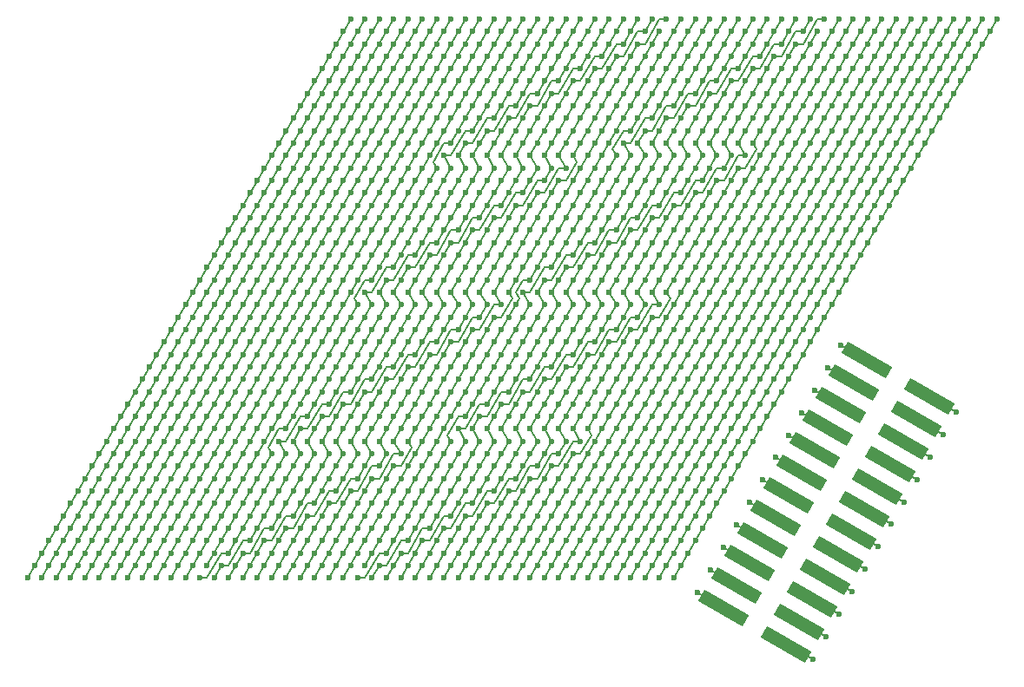
<source format=gbl>
%TF.GenerationSoftware,KiCad,Pcbnew,8.0.8*%
%TF.CreationDate,2025-03-26T10:56:16-07:00*%
%TF.ProjectId,led_mapper_850,6c65645f-6d61-4707-9065-725f3835302e,rev?*%
%TF.SameCoordinates,Original*%
%TF.FileFunction,Copper,L4,Bot*%
%TF.FilePolarity,Positive*%
%FSLAX46Y46*%
G04 Gerber Fmt 4.6, Leading zero omitted, Abs format (unit mm)*
G04 Created by KiCad (PCBNEW 8.0.8) date 2025-03-26 10:56:16*
%MOMM*%
%LPD*%
G01*
G04 APERTURE LIST*
G04 Aperture macros list*
%AMRotRect*
0 Rectangle, with rotation*
0 The origin of the aperture is its center*
0 $1 length*
0 $2 width*
0 $3 Rotation angle, in degrees counterclockwise*
0 Add horizontal line*
21,1,$1,$2,0,0,$3*%
G04 Aperture macros list end*
%TA.AperFunction,SMDPad,CuDef*%
%ADD10RotRect,5.000000X1.270000X330.000000*%
%TD*%
%TA.AperFunction,ViaPad*%
%ADD11C,0.600000*%
%TD*%
%TA.AperFunction,Conductor*%
%ADD12C,0.200000*%
%TD*%
G04 APERTURE END LIST*
D10*
%TO.P,J1,1,Pin_1*%
%TO.N,/P1*%
X37250000Y-57198523D03*
%TO.P,J1,2,Pin_2*%
%TO.N,/P2*%
X38520000Y-54998817D03*
%TO.P,J1,3,Pin_3*%
%TO.N,/P3*%
X39790000Y-52799114D03*
%TO.P,J1,4,Pin_4*%
%TO.N,/P4*%
X41060000Y-50599410D03*
%TO.P,J1,5,Pin_5*%
%TO.N,/P5*%
X42330000Y-48399705D03*
%TO.P,J1,6,Pin_6*%
%TO.N,/P6*%
X43600000Y-46200000D03*
%TO.P,J1,7,Pin_7*%
%TO.N,/P7*%
X44870000Y-44000296D03*
%TO.P,J1,8,Pin_8*%
%TO.N,/P8*%
X46140000Y-41800591D03*
%TO.P,J1,9,Pin_9*%
%TO.N,/P9*%
X47410000Y-39600887D03*
%TO.P,J1,10,Pin_10*%
%TO.N,/P10*%
X48680000Y-37401182D03*
%TO.P,J1,11,Pin_11*%
%TO.N,/P11*%
X49950000Y-35201478D03*
%TO.P,J1,12,Pin_12*%
%TO.N,/P12*%
X51220000Y-33001773D03*
%TO.P,J1,13,Pin_13*%
%TO.N,/P13*%
X43346818Y-60718523D03*
%TO.P,J1,14,Pin_14*%
%TO.N,/P14*%
X44616818Y-58518818D03*
%TO.P,J1,15,Pin_15*%
%TO.N,/P15*%
X45886818Y-56319114D03*
%TO.P,J1,16,Pin_16*%
%TO.N,/P16*%
X47156818Y-54119409D03*
%TO.P,J1,17,Pin_17*%
%TO.N,/P17*%
X48426818Y-51919705D03*
%TO.P,J1,18,Pin_18*%
%TO.N,/P18*%
X49696818Y-49720000D03*
%TO.P,J1,19,Pin_19*%
%TO.N,/P19*%
X50966818Y-47520296D03*
%TO.P,J1,20,Pin_20*%
%TO.N,/P20*%
X52236818Y-45320591D03*
%TO.P,J1,21,Pin_21*%
%TO.N,/P21*%
X53506818Y-43120886D03*
%TO.P,J1,22,Pin_22*%
%TO.N,/P22*%
X54776818Y-40921182D03*
%TO.P,J1,23,Pin_23*%
%TO.N,/P23*%
X56046818Y-38721479D03*
%TO.P,J1,24,Pin_24*%
%TO.N,/P24*%
X57316818Y-36521773D03*
%TD*%
D11*
%TO.N,/P24*%
X19062000Y-21518014D03*
X26062000Y-9393658D03*
X62462000Y-2119045D03*
X47762000Y-27580192D03*
X54762000Y-15455836D03*
X2262000Y-50616467D03*
X51962000Y-20305578D03*
X29562000Y-3331480D03*
X43562000Y-34854805D03*
X37262000Y-45766725D03*
X39362000Y-42129418D03*
X49862000Y-23942885D03*
X30962000Y-906609D03*
X5062000Y-45766725D03*
X35162000Y-49404032D03*
X42862000Y-36067240D03*
X21862000Y-16668271D03*
X44262000Y-33642369D03*
X40762000Y-39704547D03*
X9262000Y-38492112D03*
X36562000Y-46979161D03*
X25362000Y-10606094D03*
X17662000Y-23942885D03*
X33762000Y-51828903D03*
X162000Y-54253774D03*
X16262000Y-26367756D03*
X24662000Y-11818529D03*
X20462000Y-19093143D03*
X33062000Y-53041338D03*
X42162000Y-37279676D03*
X14162000Y-30005063D03*
X10662000Y-36067240D03*
X30262000Y-2119045D03*
X41462000Y-38492112D03*
X55462000Y-14243400D03*
X862000Y-53041338D03*
X4362000Y-46979161D03*
X61062000Y-4543916D03*
X40062000Y-40916983D03*
X58262000Y-9393658D03*
X38662000Y-43341854D03*
X49162000Y-25155320D03*
X18362000Y-22730449D03*
X23262000Y-14243400D03*
X58962000Y-8181222D03*
X48462000Y-26367756D03*
X6462000Y-43341854D03*
X57562000Y-10606094D03*
X28862000Y-4543916D03*
X9962000Y-37279676D03*
X7862000Y-40916983D03*
X32362000Y-54253774D03*
X2962000Y-49404032D03*
X27462000Y-6968787D03*
X46362000Y-30005063D03*
X19762000Y-20305578D03*
X35862000Y-48191596D03*
X23962000Y-13030965D03*
X45662000Y-31217498D03*
X14862000Y-28792627D03*
X8562000Y-39704547D03*
X22562000Y-15455836D03*
X56862000Y-11818529D03*
X12062000Y-33642369D03*
X63162000Y-906609D03*
X59662000Y-6968787D03*
X7162000Y-42129418D03*
X61762000Y-3331480D03*
X16962000Y-25155320D03*
X3662000Y-48191596D03*
X60362000Y-5756351D03*
X13462000Y-31217498D03*
X11362000Y-34854805D03*
X63862000Y305826D03*
X28162000Y-5756351D03*
X5762000Y-44554289D03*
X56162000Y-13030965D03*
X47062000Y-28792627D03*
X12762000Y-32429934D03*
X26762000Y-8181222D03*
X44962000Y-32429934D03*
X37962000Y-44554289D03*
X54062000Y-16668271D03*
X51262000Y-21518014D03*
X34462000Y-50616467D03*
X21162000Y-17880707D03*
X59914894Y-38021772D03*
X52662000Y-19093143D03*
X50562000Y-22730449D03*
X1562000Y-51828903D03*
X53362000Y-17880707D03*
%TO.N,/P1*%
X30962000Y-3331480D03*
X14862000Y-31217498D03*
X-20838000Y-37279676D03*
X4362000Y-49404032D03*
X-13838000Y-25155320D03*
X-1938000Y-4543916D03*
X22562000Y-17880707D03*
X31662000Y-2119045D03*
X-4738000Y-9393658D03*
X-14538000Y-26367756D03*
X-18038000Y-32429934D03*
X26062000Y-11818529D03*
X-13138000Y-23942885D03*
X7862000Y-43341854D03*
X5762000Y-46979161D03*
X-7538000Y-14243400D03*
X-10338000Y-19093143D03*
X8562000Y-42129418D03*
X3662000Y-50616467D03*
X-2638000Y-5756351D03*
X25362000Y-13030965D03*
X23262000Y-16668271D03*
X9262000Y-40916983D03*
X-27838000Y-49404032D03*
X-6838000Y-13030965D03*
X20462000Y-21518014D03*
X-9638000Y-17880707D03*
X34651924Y-55698524D03*
X12762000Y-34854805D03*
X-22938000Y-40916983D03*
X-11038000Y-20305578D03*
X2962000Y-51828903D03*
X-15938000Y-28792627D03*
X-16638000Y-30005063D03*
X162000Y-906609D03*
X21162000Y-20305578D03*
X19062000Y-23942885D03*
X19762000Y-22730449D03*
X29562000Y-5756351D03*
X28162000Y-8181222D03*
X28862000Y-6968787D03*
X-22238000Y-39704547D03*
X6462000Y-45766725D03*
X13462000Y-33642369D03*
X11362000Y-37279676D03*
X27462000Y-9393658D03*
X2262000Y-53041338D03*
X-12438000Y-22730449D03*
X-25038000Y-44554289D03*
X-29938000Y-53041338D03*
X-8938000Y-16668271D03*
X10662000Y-38492112D03*
X-20138000Y-36067240D03*
X-28538000Y-50616467D03*
X18362000Y-25155320D03*
X-15238000Y-27580192D03*
X32362000Y-906609D03*
X24662000Y-14243400D03*
X-6138000Y-11818529D03*
X16262000Y-28792627D03*
X-538000Y-2119045D03*
X-11738000Y-21518014D03*
X-21538000Y-38492112D03*
X12062000Y-36067240D03*
X-27138000Y-48191596D03*
X-29238000Y-51828903D03*
X-17338000Y-31217498D03*
X-18738000Y-33642369D03*
X7162000Y-44554289D03*
X26762000Y-10606094D03*
X-3338000Y-6968787D03*
X-23638000Y-42129418D03*
X-25738000Y-45766725D03*
X-26438000Y-46979161D03*
X-8238000Y-15455836D03*
X21862000Y-19093143D03*
X16962000Y-27580192D03*
X9962000Y-39704547D03*
X14162000Y-32429934D03*
X862000Y305826D03*
X30262000Y-4543916D03*
X23962000Y-15455836D03*
X-19438000Y-34854805D03*
X-24338000Y-43341854D03*
X5062000Y-48191596D03*
X-5438000Y-10606094D03*
X33062000Y305826D03*
X-1238000Y-3331480D03*
X-4038000Y-8181222D03*
X-30638000Y-54253774D03*
X15562000Y-30005063D03*
%TO.N,/P2*%
X162000Y-3331480D03*
X-20138000Y-38492112D03*
X-16638000Y-32429934D03*
X9962000Y-42129418D03*
X-25038000Y-46979161D03*
X-10338000Y-21518014D03*
X-20838000Y-39704547D03*
X5762000Y-49404032D03*
X-24338000Y-45766725D03*
X862000Y-2119045D03*
X-21538000Y-40916983D03*
X20462000Y-23942885D03*
X-13838000Y-27580192D03*
X-11738000Y-23942885D03*
X-26438000Y-49404032D03*
X14162000Y-34854805D03*
X16262000Y-31217498D03*
X31662000Y-4543916D03*
X-8238000Y-17880707D03*
X22562000Y-20305578D03*
X-1238000Y-5756351D03*
X17662000Y-28792627D03*
X9262000Y-43341854D03*
X25362000Y-15455836D03*
X-22938000Y-43341854D03*
X-22238000Y-42129418D03*
X-27838000Y-51828903D03*
X-2638000Y-8181222D03*
X30962000Y-5756351D03*
X23962000Y-17880707D03*
X7162000Y-46979161D03*
X16962000Y-30005063D03*
X29562000Y-8181222D03*
X-13138000Y-26367756D03*
X-9638000Y-20305578D03*
X24662000Y-16668271D03*
X33762000Y-906609D03*
X2262000Y305826D03*
X18362000Y-27580192D03*
X-4738000Y-11818529D03*
X14862000Y-33642369D03*
X-18738000Y-36067240D03*
X-4038000Y-10606094D03*
X17662000Y-26367756D03*
X10662000Y-40916983D03*
X21862000Y-21518014D03*
X-15238000Y-30005063D03*
X-27138000Y-50616467D03*
X33062000Y-2119045D03*
X-8938000Y-19093143D03*
X-23638000Y-44554289D03*
X-28538000Y-53041338D03*
X-3338000Y-9393658D03*
X28862000Y-9393658D03*
X-25738000Y-48191596D03*
X-7538000Y-16668271D03*
X-15938000Y-31217498D03*
X8562000Y-44554289D03*
X-1938000Y-6968787D03*
X21162000Y-22730449D03*
X-5438000Y-13030965D03*
X7862000Y-45766725D03*
X-19438000Y-37279676D03*
X5062000Y-50616467D03*
X23262000Y-19093143D03*
X-6838000Y-15455836D03*
X-18038000Y-34854805D03*
X30262000Y-6968787D03*
X28162000Y-10606094D03*
X34462000Y305826D03*
X26762000Y-13030965D03*
X1562000Y-54253774D03*
X12762000Y-37279676D03*
X4362000Y-51828903D03*
X-12438000Y-25155320D03*
X-538000Y-4543916D03*
X-17338000Y-33642369D03*
X-29238000Y-54253774D03*
X-6138000Y-14243400D03*
X1562000Y-906609D03*
X32362000Y-3331480D03*
X-11038000Y-22730449D03*
X-14538000Y-28792627D03*
X26062000Y-14243400D03*
X12062000Y-38492112D03*
X13462000Y-36067240D03*
X15562000Y-32429934D03*
X6462000Y-48191596D03*
X35921924Y-53498818D03*
%TO.N,/P3*%
X-7538000Y-19093143D03*
X34462000Y-2119045D03*
X-20138000Y-40916983D03*
X-24338000Y-48191596D03*
X2962000Y-906609D03*
X31662000Y-6968787D03*
X30962000Y-8181222D03*
X162000Y-5756351D03*
X-25738000Y-50616467D03*
X-13138000Y-28792627D03*
X1562000Y-3331480D03*
X-21538000Y-43341854D03*
X15562000Y-34854805D03*
X30262000Y-9393658D03*
X27462000Y-14243400D03*
X32362000Y-5756351D03*
X-25038000Y-49404032D03*
X-2638000Y-10606094D03*
X11362000Y-42129418D03*
X3662000Y-53041338D03*
X7862000Y-48191596D03*
X-27138000Y-53041338D03*
X-15238000Y-32429934D03*
X14862000Y-36067240D03*
X-1938000Y-9393658D03*
X26762000Y-15455836D03*
X-15938000Y-33642369D03*
X-22238000Y-44554289D03*
X-19438000Y-39704547D03*
X33062000Y-4543916D03*
X-8238000Y-20305578D03*
X-3338000Y-11818529D03*
X-5438000Y-15455836D03*
X28162000Y-13030965D03*
X-16638000Y-34854805D03*
X18362000Y-30005063D03*
X11362000Y-39704547D03*
X-22938000Y-45766725D03*
X19062000Y-26367756D03*
X-12438000Y-27580192D03*
X-11738000Y-26367756D03*
X2962000Y-54253774D03*
X-14538000Y-31217498D03*
X33762000Y-3331480D03*
X-6138000Y-16668271D03*
X35862000Y305826D03*
X-23638000Y-46979161D03*
X16262000Y-33642369D03*
X-6838000Y-17880707D03*
X6462000Y-50616467D03*
X-1238000Y-8181222D03*
X12062000Y-40916983D03*
X19762000Y-25155320D03*
X9962000Y-44554289D03*
X-10338000Y-23942885D03*
X24662000Y-19093143D03*
X862000Y-4543916D03*
X9262000Y-45766725D03*
X16962000Y-32429934D03*
X19062000Y-28792627D03*
X-8938000Y-21518014D03*
X-18038000Y-37279676D03*
X2262000Y-2119045D03*
X27462000Y-11818529D03*
X8562000Y-46979161D03*
X37191924Y-51299115D03*
X14162000Y-37279676D03*
X-26438000Y-51828903D03*
X26062000Y-16668271D03*
X23262000Y-21518014D03*
X-4738000Y-14243400D03*
X17662000Y-31217498D03*
X3662000Y305826D03*
X-11038000Y-25155320D03*
X-4038000Y-13030965D03*
X23962000Y-20305578D03*
X-9638000Y-22730449D03*
X22562000Y-22730449D03*
X19762000Y-27580192D03*
X-13838000Y-30005063D03*
X-18738000Y-38492112D03*
X-538000Y-6968787D03*
X-20838000Y-42129418D03*
X-27838000Y-54253774D03*
X10662000Y-43341854D03*
X7162000Y-49404032D03*
X-17338000Y-36067240D03*
X25362000Y-17880707D03*
X35162000Y-906609D03*
%TO.N,/P4*%
X9962000Y-46979161D03*
X28862000Y-11818529D03*
X21162000Y-27580192D03*
X29562000Y-13030965D03*
X-2638000Y-13030965D03*
X33762000Y-5756351D03*
X20462000Y-26367756D03*
X-10338000Y-26367756D03*
X-5438000Y-17880707D03*
X8562000Y-49404032D03*
X5762000Y-51828903D03*
X3662000Y-2119045D03*
X-22238000Y-46979161D03*
X-8938000Y-23942885D03*
X25362000Y-20305578D03*
X-11038000Y-27580192D03*
X27462000Y-16668271D03*
X19762000Y-30005063D03*
X38461924Y-49099411D03*
X29562000Y-10606094D03*
X-23638000Y-49404032D03*
X26762000Y-17880707D03*
X16962000Y-34854805D03*
X34462000Y-4543916D03*
X-16638000Y-37279676D03*
X-24338000Y-50616467D03*
X-20138000Y-43341854D03*
X17662000Y-33642369D03*
X-21538000Y-45766725D03*
X162000Y-8181222D03*
X21162000Y-25155320D03*
X24662000Y-21518014D03*
X9262000Y-48191596D03*
X13462000Y-40916983D03*
X-4038000Y-15455836D03*
X-13838000Y-32429934D03*
X19062000Y-31217498D03*
X5062000Y305826D03*
X-1938000Y-11818529D03*
X-15938000Y-36067240D03*
X-22938000Y-48191596D03*
X-7538000Y-21518014D03*
X11362000Y-44554289D03*
X26062000Y-19093143D03*
X-13138000Y-31217498D03*
X33062000Y-6968787D03*
X12762000Y-39704547D03*
X32362000Y-8181222D03*
X-11738000Y-28792627D03*
X-17338000Y-38492112D03*
X-8238000Y-22730449D03*
X-9638000Y-25155320D03*
X-3338000Y-14243400D03*
X35162000Y-3331480D03*
X-12438000Y-30005063D03*
X12062000Y-43341854D03*
X-6138000Y-19093143D03*
X18362000Y-32429934D03*
X28862000Y-14243400D03*
X-25738000Y-53041338D03*
X-18738000Y-40916983D03*
X-25038000Y-51828903D03*
X-538000Y-9393658D03*
X-4738000Y-16668271D03*
X-1238000Y-10606094D03*
X20462000Y-28792627D03*
X10662000Y-45766725D03*
X-26438000Y-54253774D03*
X36562000Y-906609D03*
X28162000Y-15455836D03*
X-19438000Y-42129418D03*
X-15238000Y-34854805D03*
X2962000Y-3331480D03*
X-18038000Y-39704547D03*
X4362000Y-54253774D03*
X-20838000Y-44554289D03*
X12762000Y-42129418D03*
X-14538000Y-33642369D03*
X2262000Y-4543916D03*
X5062000Y-53041338D03*
X37262000Y305826D03*
X1562000Y-5756351D03*
X35862000Y-2119045D03*
X13462000Y-38492112D03*
X16262000Y-36067240D03*
X21862000Y-23942885D03*
X4362000Y-906609D03*
X862000Y-6968787D03*
X-6838000Y-20305578D03*
%TO.N,/P5*%
X-5438000Y-20305578D03*
X37262000Y-2119045D03*
X-8938000Y-26367756D03*
X39731924Y-46899706D03*
X11362000Y-46979161D03*
X21862000Y-28792627D03*
X-9638000Y-27580192D03*
X-22938000Y-50616467D03*
X-4038000Y-17880707D03*
X-3338000Y-16668271D03*
X-7538000Y-23942885D03*
X19062000Y-33642369D03*
X21162000Y-30005063D03*
X-24338000Y-53041338D03*
X28862000Y-16668271D03*
X-25038000Y-54253774D03*
X-16638000Y-39704547D03*
X-6138000Y-21518014D03*
X862000Y-9393658D03*
X2262000Y-6968787D03*
X10662000Y-48191596D03*
X-1938000Y-14243400D03*
X1562000Y-8181222D03*
X-8238000Y-25155320D03*
X6462000Y-53041338D03*
X3662000Y-4543916D03*
X-4738000Y-19093143D03*
X34462000Y-6968787D03*
X-18038000Y-42129418D03*
X27462000Y-19093143D03*
X162000Y-10606094D03*
X-22238000Y-49404032D03*
X28162000Y-17880707D03*
X26762000Y-20305578D03*
X14162000Y-39704547D03*
X37962000Y-906609D03*
X38662000Y305826D03*
X-14538000Y-36067240D03*
X-19438000Y-44554289D03*
X30962000Y-10606094D03*
X35862000Y-4543916D03*
X-12438000Y-32429934D03*
X18362000Y-34854805D03*
X5762000Y-906609D03*
X6462000Y305826D03*
X5062000Y-2119045D03*
X5762000Y-54253774D03*
X2962000Y-5756351D03*
X-20138000Y-45766725D03*
X14862000Y-38492112D03*
X30262000Y-14243400D03*
X-1238000Y-13030965D03*
X31662000Y-9393658D03*
X12762000Y-44554289D03*
X30262000Y-11818529D03*
X-15938000Y-38492112D03*
X-6838000Y-22730449D03*
X-21538000Y-48191596D03*
X-2638000Y-15455836D03*
X14862000Y-40916983D03*
X15562000Y-37279676D03*
X21862000Y-26367756D03*
X-13138000Y-33642369D03*
X7862000Y-50616467D03*
X30962000Y-13030965D03*
X-538000Y-11818529D03*
X-13838000Y-34854805D03*
X29562000Y-15455836D03*
X19762000Y-32429934D03*
X20462000Y-31217498D03*
X-15238000Y-37279676D03*
X14162000Y-42129418D03*
X-23638000Y-51828903D03*
X35162000Y-5756351D03*
X23262000Y-23942885D03*
X-18738000Y-43341854D03*
X-20838000Y-46979161D03*
X22562000Y-25155320D03*
X12062000Y-45766725D03*
X-17338000Y-40916983D03*
X22562000Y-27580192D03*
X13462000Y-43341854D03*
X36562000Y-3331480D03*
X7162000Y-51828903D03*
X23962000Y-22730449D03*
X4362000Y-3331480D03*
X-11038000Y-30005063D03*
X-11738000Y-31217498D03*
X-10338000Y-28792627D03*
%TO.N,/P6*%
X-20838000Y-49404032D03*
X20462000Y-33642369D03*
X2262000Y-9393658D03*
X-5438000Y-22730449D03*
X7162000Y-906609D03*
X14862000Y-43341854D03*
X14162000Y-44554289D03*
X29562000Y-17880707D03*
X-22238000Y-51828903D03*
X2962000Y-8181222D03*
X33762000Y-8181222D03*
X16262000Y-40916983D03*
X31662000Y-11818529D03*
X-7538000Y-26367756D03*
X23262000Y-28792627D03*
X6462000Y-2119045D03*
X-19438000Y-46979161D03*
X36562000Y-5756351D03*
X4362000Y-5756351D03*
X-12438000Y-34854805D03*
X-16638000Y-42129418D03*
X38662000Y-2119045D03*
X-23638000Y-54253774D03*
X9962000Y-49404032D03*
X40062000Y305826D03*
X23962000Y-25155320D03*
X1562000Y-10606094D03*
X-1238000Y-15455836D03*
X5062000Y-4543916D03*
X28862000Y-19093143D03*
X8562000Y-51828903D03*
X-8238000Y-27580192D03*
X-11038000Y-32429934D03*
X-13838000Y-37279676D03*
X-18738000Y-45766725D03*
X-538000Y-14243400D03*
X-21538000Y-50616467D03*
X32362000Y-10606094D03*
X13462000Y-45766725D03*
X-9638000Y-30005063D03*
X-6838000Y-25155320D03*
X17662000Y-36067240D03*
X-4038000Y-20305578D03*
X-13138000Y-36067240D03*
X21162000Y-32429934D03*
X41001924Y-44700001D03*
X-15238000Y-39704547D03*
X31662000Y-14243400D03*
X-6138000Y-23942885D03*
X26062000Y-21518014D03*
X5762000Y-3331480D03*
X21862000Y-31217498D03*
X-2638000Y-17880707D03*
X16962000Y-37279676D03*
X-20138000Y-48191596D03*
X-15938000Y-40916983D03*
X15562000Y-39704547D03*
X-4738000Y-21518014D03*
X39362000Y-906609D03*
X-17338000Y-43341854D03*
X7162000Y-54253774D03*
X12762000Y-46979161D03*
X23262000Y-26367756D03*
X33062000Y-9393658D03*
X37262000Y-4543916D03*
X24662000Y-23942885D03*
X7862000Y-53041338D03*
X9262000Y-50616467D03*
X-11738000Y-33642369D03*
X30962000Y-15455836D03*
X-1938000Y-16668271D03*
X22562000Y-30005063D03*
X30262000Y-16668271D03*
X-18038000Y-44554289D03*
X-22938000Y-53041338D03*
X3662000Y-6968787D03*
X25362000Y-22730449D03*
X-14538000Y-38492112D03*
X-8938000Y-28792627D03*
X37962000Y-3331480D03*
X23962000Y-27580192D03*
X7862000Y305826D03*
X862000Y-11818529D03*
X-10338000Y-31217498D03*
X-3338000Y-19093143D03*
X16262000Y-38492112D03*
X162000Y-13030965D03*
X32362000Y-13030965D03*
X15562000Y-42129418D03*
%TO.N,/P7*%
X-6838000Y-27580192D03*
X-1938000Y-19093143D03*
X7162000Y-3331480D03*
X8562000Y-54253774D03*
X31662000Y-16668271D03*
X40062000Y-2119045D03*
X-3338000Y-21518014D03*
X22562000Y-32429934D03*
X-4038000Y-22730449D03*
X38662000Y-4543916D03*
X-20138000Y-50616467D03*
X9262000Y305826D03*
X17662000Y-38492112D03*
X-15938000Y-43341854D03*
X33762000Y-10606094D03*
X32362000Y-15455836D03*
X35162000Y-8181222D03*
X16962000Y-42129418D03*
X33762000Y-13030965D03*
X-10338000Y-33642369D03*
X-5438000Y-25155320D03*
X34462000Y-9393658D03*
X-22238000Y-54253774D03*
X9962000Y-51828903D03*
X26762000Y-22730449D03*
X-14538000Y-40916983D03*
X-538000Y-16668271D03*
X33062000Y-14243400D03*
X862000Y-14243400D03*
X4362000Y-8181222D03*
X-17338000Y-45766725D03*
X10662000Y-50616467D03*
X-20838000Y-51828903D03*
X-8938000Y-31217498D03*
X-6138000Y-26367756D03*
X15562000Y-44554289D03*
X3662000Y-9393658D03*
X-12438000Y-37279676D03*
X-2638000Y-20305578D03*
X5762000Y-5756351D03*
X1562000Y-13030965D03*
X17662000Y-40916983D03*
X2962000Y-10606094D03*
X-8238000Y-30005063D03*
X23962000Y-30005063D03*
X42271924Y-42500297D03*
X8562000Y-906609D03*
X12062000Y-48191596D03*
X-13838000Y-39704547D03*
X-1238000Y-17880707D03*
X40762000Y-906609D03*
X6462000Y-4543916D03*
X7862000Y-2119045D03*
X28162000Y-20305578D03*
X162000Y-15455836D03*
X24662000Y-28792627D03*
X9262000Y-53041338D03*
X-18038000Y-46979161D03*
X-7538000Y-28792627D03*
X-9638000Y-32429934D03*
X-11738000Y-36067240D03*
X30962000Y-17880707D03*
X-15238000Y-42129418D03*
X-16638000Y-44554289D03*
X33062000Y-11818529D03*
X41462000Y305826D03*
X23262000Y-31217498D03*
X-21538000Y-53041338D03*
X-4738000Y-23942885D03*
X25362000Y-27580192D03*
X-11038000Y-34854805D03*
X-19438000Y-49404032D03*
X14862000Y-45766725D03*
X19062000Y-36067240D03*
X11362000Y-49404032D03*
X26062000Y-23942885D03*
X-13138000Y-38492112D03*
X-18738000Y-48191596D03*
X35862000Y-6968787D03*
X25362000Y-25155320D03*
X39362000Y-3331480D03*
X27462000Y-21518014D03*
X16262000Y-43341854D03*
X19762000Y-34854805D03*
X18362000Y-37279676D03*
X24662000Y-26367756D03*
X2262000Y-11818529D03*
X5062000Y-6968787D03*
X16962000Y-39704547D03*
%TO.N,/P8*%
X-7538000Y-31217498D03*
X-2638000Y-22730449D03*
X2962000Y-13030965D03*
X-15238000Y-44554289D03*
X-18038000Y-49404032D03*
X-4738000Y-26367756D03*
X-15938000Y-45766725D03*
X12062000Y-50616467D03*
X40762000Y-3331480D03*
X-12438000Y-39704547D03*
X12762000Y-49404032D03*
X28162000Y-22730449D03*
X-6138000Y-28792627D03*
X-13138000Y-40916983D03*
X20462000Y-36067240D03*
X26062000Y-28792627D03*
X42162000Y-906609D03*
X-6838000Y-30005063D03*
X11362000Y-51828903D03*
X162000Y-17880707D03*
X30262000Y-19093143D03*
X33762000Y-15455836D03*
X-20838000Y-54253774D03*
X36562000Y-8181222D03*
X5062000Y-9393658D03*
X29562000Y-20305578D03*
X-5438000Y-27580192D03*
X-19438000Y-51828903D03*
X-13838000Y-42129418D03*
X1562000Y-15455836D03*
X37962000Y-5756351D03*
X41462000Y-2119045D03*
X14162000Y-46979161D03*
X17662000Y-43341854D03*
X19062000Y-38492112D03*
X13462000Y-48191596D03*
X9962000Y-54253774D03*
X-16638000Y-46979161D03*
X37262000Y-6968787D03*
X-4038000Y-25155320D03*
X19062000Y-40916983D03*
X862000Y-16668271D03*
X-11038000Y-37279676D03*
X-14538000Y-43341854D03*
X3662000Y-11818529D03*
X9262000Y-2119045D03*
X25362000Y-30005063D03*
X34462000Y-11818529D03*
X10662000Y305826D03*
X-1238000Y-20305578D03*
X28862000Y-21518014D03*
X7162000Y-5756351D03*
X-1938000Y-21518014D03*
X21162000Y-34854805D03*
X18362000Y-42129418D03*
X-3338000Y-23942885D03*
X26762000Y-27580192D03*
X-18738000Y-50616467D03*
X9962000Y-906609D03*
X33062000Y-16668271D03*
X6462000Y-6968787D03*
X5762000Y-8181222D03*
X4362000Y-10606094D03*
X-538000Y-19093143D03*
X35862000Y-9393658D03*
X43541924Y-40300592D03*
X26062000Y-26367756D03*
X21862000Y-33642369D03*
X10662000Y-53041338D03*
X-10338000Y-36067240D03*
X18362000Y-39704547D03*
X-9638000Y-34854805D03*
X19762000Y-37279676D03*
X16962000Y-44554289D03*
X7862000Y-4543916D03*
X8562000Y-3331480D03*
X-20138000Y-53041338D03*
X-8238000Y-32429934D03*
X42862000Y305826D03*
X2262000Y-14243400D03*
X35162000Y-10606094D03*
X34462000Y-14243400D03*
X-17338000Y-48191596D03*
X27462000Y-23942885D03*
X-8938000Y-33642369D03*
X24662000Y-31217498D03*
X26762000Y-25155320D03*
X-11738000Y-38492112D03*
X35162000Y-13030965D03*
%TO.N,/P9*%
X21862000Y-36067240D03*
X28862000Y-23942885D03*
X38662000Y-6968787D03*
X19762000Y-39704547D03*
X30962000Y-20305578D03*
X-17338000Y-50616467D03*
X37962000Y-8181222D03*
X-18038000Y-51828903D03*
X7862000Y-6968787D03*
X-1238000Y-22730449D03*
X32362000Y-17880707D03*
X27462000Y-28792627D03*
X20462000Y-38492112D03*
X31662000Y-19093143D03*
X36562000Y-13030965D03*
X4362000Y-13030965D03*
X-11038000Y-39704547D03*
X-1938000Y-23942885D03*
X-10338000Y-38492112D03*
X-6138000Y-31217498D03*
X11362000Y-54253774D03*
X9962000Y-3331480D03*
X36562000Y-10606094D03*
X22562000Y-34854805D03*
X15562000Y-46979161D03*
X-4038000Y-27580192D03*
X19062000Y-43341854D03*
X13462000Y-50616467D03*
X6462000Y-9393658D03*
X8562000Y-5756351D03*
X-16638000Y-49404032D03*
X-4738000Y-28792627D03*
X-538000Y-21518014D03*
X-12438000Y-42129418D03*
X37262000Y-9393658D03*
X28162000Y-25155320D03*
X44811924Y-38100888D03*
X40062000Y-4543916D03*
X39362000Y-5756351D03*
X-2638000Y-25155320D03*
X28162000Y-27580192D03*
X35862000Y-14243400D03*
X20462000Y-40916983D03*
X12062000Y305826D03*
X-11738000Y-40916983D03*
X5062000Y-11818529D03*
X11362000Y-906609D03*
X-8238000Y-34854805D03*
X14862000Y-48191596D03*
X23262000Y-33642369D03*
X19762000Y-42129418D03*
X10662000Y-2119045D03*
X-15938000Y-48191596D03*
X2962000Y-15455836D03*
X23962000Y-32429934D03*
X-15238000Y-46979161D03*
X-5438000Y-30005063D03*
X12762000Y-51828903D03*
X26762000Y-30005063D03*
X2262000Y-16668271D03*
X-19438000Y-54253774D03*
X43562000Y-906609D03*
X162000Y-20305578D03*
X29562000Y-22730449D03*
X5762000Y-10606094D03*
X7162000Y-8181222D03*
X-6838000Y-32429934D03*
X16262000Y-45766725D03*
X862000Y-19093143D03*
X44262000Y305826D03*
X30262000Y-21518014D03*
X21162000Y-37279676D03*
X-14538000Y-45766725D03*
X-13838000Y-44554289D03*
X-13138000Y-43341854D03*
X42862000Y-2119045D03*
X-7538000Y-33642369D03*
X-3338000Y-26367756D03*
X-8938000Y-36067240D03*
X3662000Y-14243400D03*
X27462000Y-26367756D03*
X-18738000Y-53041338D03*
X35862000Y-11818529D03*
X9262000Y-4543916D03*
X35162000Y-15455836D03*
X14162000Y-49404032D03*
X-9638000Y-37279676D03*
X1562000Y-17880707D03*
X12062000Y-53041338D03*
%TO.N,/P10*%
X13462000Y305826D03*
X-8938000Y-38492112D03*
X14162000Y-51828903D03*
X21862000Y-38492112D03*
X162000Y-22730449D03*
X30262000Y-23942885D03*
X12762000Y-54253774D03*
X28862000Y-26367756D03*
X30962000Y-22730449D03*
X21162000Y-39704547D03*
X21862000Y-40916983D03*
X12062000Y-2119045D03*
X32362000Y-20305578D03*
X23262000Y-36067240D03*
X37962000Y-10606094D03*
X-15238000Y-49404032D03*
X-538000Y-23942885D03*
X33062000Y-19093143D03*
X31662000Y-21518014D03*
X23962000Y-34854805D03*
X38662000Y-9393658D03*
X45662000Y305826D03*
X862000Y-21518014D03*
X-1938000Y-26367756D03*
X25362000Y-32429934D03*
X-11038000Y-42129418D03*
X33762000Y-17880707D03*
X-4038000Y-30005063D03*
X9962000Y-5756351D03*
X-18038000Y-54253774D03*
X46081924Y-35901183D03*
X40062000Y-6968787D03*
X-11738000Y-43341854D03*
X10662000Y-4543916D03*
X5062000Y-14243400D03*
X6462000Y-11818529D03*
X3662000Y-16668271D03*
X41462000Y-4543916D03*
X42162000Y-3331480D03*
X44962000Y-906609D03*
X-12438000Y-44554289D03*
X-13838000Y-46979161D03*
X7162000Y-10606094D03*
X18362000Y-44554289D03*
X2262000Y-19093143D03*
X16962000Y-46979161D03*
X22562000Y-37279676D03*
X2962000Y-17880707D03*
X15562000Y-49404032D03*
X39362000Y-8181222D03*
X-8238000Y-37279676D03*
X5762000Y-13030965D03*
X29562000Y-25155320D03*
X26062000Y-31217498D03*
X37962000Y-13030965D03*
X7862000Y-9393658D03*
X4362000Y-15455836D03*
X16262000Y-48191596D03*
X-9638000Y-39704547D03*
X40762000Y-5756351D03*
X11362000Y-3331480D03*
X14862000Y-50616467D03*
X-6138000Y-33642369D03*
X-10338000Y-40916983D03*
X-4738000Y-31217498D03*
X8562000Y-8181222D03*
X1562000Y-20305578D03*
X24662000Y-33642369D03*
X13462000Y-53041338D03*
X-2638000Y-27580192D03*
X28862000Y-28792627D03*
X21162000Y-42129418D03*
X-16638000Y-51828903D03*
X-6838000Y-34854805D03*
X-3338000Y-28792627D03*
X-5438000Y-32429934D03*
X-13138000Y-45766725D03*
X37262000Y-14243400D03*
X37262000Y-11818529D03*
X34462000Y-16668271D03*
X9262000Y-6968787D03*
X-15938000Y-50616467D03*
X-17338000Y-53041338D03*
X12762000Y-906609D03*
X-1238000Y-25155320D03*
X-14538000Y-48191596D03*
X29562000Y-27580192D03*
X-7538000Y-36067240D03*
X17662000Y-45766725D03*
%TO.N,/P11*%
X35862000Y-16668271D03*
X2262000Y-21518014D03*
X-9638000Y-42129418D03*
X14862000Y-53041338D03*
X-7538000Y-38492112D03*
X24662000Y-36067240D03*
X12762000Y-3331480D03*
X47062000Y305826D03*
X14162000Y-906609D03*
X26062000Y-33642369D03*
X16262000Y-50616467D03*
X34462000Y-19093143D03*
X-14538000Y-50616467D03*
X10662000Y-6968787D03*
X8562000Y-10606094D03*
X-5438000Y-34854805D03*
X5762000Y-15455836D03*
X19762000Y-44554289D03*
X23962000Y-37279676D03*
X25362000Y-34854805D03*
X13462000Y-2119045D03*
X36562000Y-15455836D03*
X30962000Y-25155320D03*
X30962000Y-27580192D03*
X-15238000Y-51828903D03*
X12062000Y-4543916D03*
X39362000Y-13030965D03*
X-8238000Y-39704547D03*
X1562000Y-22730449D03*
X9962000Y-8181222D03*
X39362000Y-10606094D03*
X-12438000Y-46979161D03*
X-6138000Y-36067240D03*
X19062000Y-45766725D03*
X31662000Y-23942885D03*
X-1238000Y-27580192D03*
X14162000Y-54253774D03*
X162000Y-25155320D03*
X11362000Y-5756351D03*
X-16638000Y-54253774D03*
X26762000Y-32429934D03*
X7862000Y-11818529D03*
X47351924Y-33701479D03*
X44262000Y-2119045D03*
X-8938000Y-40916983D03*
X17662000Y-48191596D03*
X42162000Y-5756351D03*
X35162000Y-17880707D03*
X43562000Y-3331480D03*
X-11738000Y-45766725D03*
X6462000Y-14243400D03*
X30262000Y-26367756D03*
X41462000Y-6968787D03*
X22562000Y-39704547D03*
X-4738000Y-33642369D03*
X20462000Y-43341854D03*
X-13838000Y-49404032D03*
X7162000Y-13030965D03*
X-13138000Y-48191596D03*
X33062000Y-21518014D03*
X38662000Y-11818529D03*
X18362000Y-46979161D03*
X-6838000Y-37279676D03*
X32362000Y-22730449D03*
X-3338000Y-31217498D03*
X40062000Y-9393658D03*
X-2638000Y-30005063D03*
X-15938000Y-53041338D03*
X40762000Y-8181222D03*
X16962000Y-49404032D03*
X-538000Y-26367756D03*
X-11038000Y-44554289D03*
X-1938000Y-28792627D03*
X862000Y-23942885D03*
X5062000Y-16668271D03*
X4362000Y-17880707D03*
X23262000Y-40916983D03*
X33762000Y-20305578D03*
X3662000Y-19093143D03*
X-4038000Y-32429934D03*
X-10338000Y-43341854D03*
X27462000Y-31217498D03*
X2962000Y-20305578D03*
X42862000Y-4543916D03*
X15562000Y-51828903D03*
X9262000Y-9393658D03*
X23262000Y-38492112D03*
X14862000Y305826D03*
X28162000Y-30005063D03*
%TO.N,/P12*%
X5762000Y-17880707D03*
X24662000Y-38492112D03*
X27462000Y-33642369D03*
X43562000Y-5756351D03*
X-13838000Y-51828903D03*
X12762000Y-5756351D03*
X44262000Y-4543916D03*
X48621924Y-31501774D03*
X40762000Y-10606094D03*
X-8238000Y-42129418D03*
X31662000Y-26367756D03*
X-10338000Y-45766725D03*
X14862000Y-2119045D03*
X20462000Y-45766725D03*
X28862000Y-31217498D03*
X-8938000Y-43341854D03*
X162000Y-27580192D03*
X15562000Y-54253774D03*
X-6138000Y-38492112D03*
X-11738000Y-48191596D03*
X-14538000Y-53041338D03*
X46362000Y-906609D03*
X35162000Y-20305578D03*
X33762000Y-22730449D03*
X30262000Y-28792627D03*
X-12438000Y-49404032D03*
X862000Y-26367756D03*
X3662000Y-21518014D03*
X9262000Y-11818529D03*
X17662000Y-50616467D03*
X34462000Y-21518014D03*
X-11038000Y-46979161D03*
X-4738000Y-36067240D03*
X37962000Y-15455836D03*
X26062000Y-36067240D03*
X44962000Y-3331480D03*
X6462000Y-16668271D03*
X-3338000Y-33642369D03*
X-2638000Y-32429934D03*
X-1938000Y-31217498D03*
X32362000Y-25155320D03*
X45662000Y-2119045D03*
X9962000Y-10606094D03*
X1562000Y-25155320D03*
X16262000Y305826D03*
X-15238000Y-54253774D03*
X-1238000Y-30005063D03*
X-7538000Y-40916983D03*
X13462000Y-4543916D03*
X2262000Y-23942885D03*
X41462000Y-9393658D03*
X15562000Y-906609D03*
X7162000Y-15455836D03*
X8562000Y-13030965D03*
X25362000Y-37279676D03*
X19062000Y-48191596D03*
X12062000Y-6968787D03*
X28162000Y-32429934D03*
X26762000Y-34854805D03*
X-4038000Y-34854805D03*
X21162000Y-44554289D03*
X4362000Y-20305578D03*
X-538000Y-28792627D03*
X18362000Y-49404032D03*
X7862000Y-14243400D03*
X-5438000Y-37279676D03*
X16262000Y-53041338D03*
X42862000Y-6968787D03*
X35862000Y-19093143D03*
X14162000Y-3331480D03*
X33062000Y-23942885D03*
X11362000Y-8181222D03*
X-6838000Y-39704547D03*
X16962000Y-51828903D03*
X22562000Y-42129418D03*
X37262000Y-16668271D03*
X21862000Y-43341854D03*
X19762000Y-46979161D03*
X2962000Y-22730449D03*
X29562000Y-30005063D03*
X38662000Y-14243400D03*
X42162000Y-8181222D03*
X5062000Y-19093143D03*
X23962000Y-39704547D03*
X40062000Y-11818529D03*
X36562000Y-17880707D03*
X-9638000Y-44554289D03*
X-13138000Y-50616467D03*
X10662000Y-9393658D03*
%TO.N,/P13*%
X17662000Y305826D03*
X30262000Y-31217498D03*
X-4038000Y-37279676D03*
X28862000Y-33642369D03*
X5062000Y-21518014D03*
X-11738000Y-50616467D03*
X4362000Y-22730449D03*
X44262000Y-6968787D03*
X16262000Y-2119045D03*
X35162000Y-22730449D03*
X862000Y-28792627D03*
X20462000Y-48191596D03*
X-2638000Y-34854805D03*
X23262000Y-43341854D03*
X8562000Y-15455836D03*
X39362000Y-15455836D03*
X-9638000Y-46979161D03*
X162000Y-30005063D03*
X2962000Y-25155320D03*
X21862000Y-45766725D03*
X9262000Y-14243400D03*
X45944894Y-62218522D03*
X33762000Y-25155320D03*
X37262000Y-19093143D03*
X-6838000Y-42129418D03*
X16962000Y-54253774D03*
X26762000Y-37279676D03*
X11362000Y-10606094D03*
X14862000Y-4543916D03*
X43562000Y-8181222D03*
X-8238000Y-44554289D03*
X-538000Y-31217498D03*
X-3338000Y-36067240D03*
X19062000Y-50616467D03*
X32362000Y-27580192D03*
X13462000Y-6968787D03*
X6462000Y-19093143D03*
X40062000Y-14243400D03*
X-12438000Y-51828903D03*
X36562000Y-20305578D03*
X-1238000Y-32429934D03*
X-11038000Y-49404032D03*
X40762000Y-13030965D03*
X18362000Y-51828903D03*
X21162000Y-46979161D03*
X25362000Y-39704547D03*
X33062000Y-26367756D03*
X22562000Y-44554289D03*
X37962000Y-17880707D03*
X27462000Y-36067240D03*
X15562000Y-3331480D03*
X35862000Y-21518014D03*
X7162000Y-17880707D03*
X-10338000Y-48191596D03*
X-1938000Y-33642369D03*
X-5438000Y-39704547D03*
X-8938000Y-45766725D03*
X3662000Y-23942885D03*
X31662000Y-28792627D03*
X41462000Y-11818529D03*
X-7538000Y-43341854D03*
X30962000Y-30005063D03*
X48462000Y305826D03*
X17662000Y-53041338D03*
X19762000Y-49404032D03*
X44962000Y-5756351D03*
X38662000Y-16668271D03*
X34462000Y-23942885D03*
X26062000Y-38492112D03*
X12062000Y-9393658D03*
X24662000Y-40916983D03*
X42862000Y-9393658D03*
X28162000Y-34854805D03*
X47062000Y-2119045D03*
X23962000Y-42129418D03*
X42162000Y-10606094D03*
X10662000Y-11818529D03*
X-4738000Y-38492112D03*
X12762000Y-8181222D03*
X29562000Y-32429934D03*
X14162000Y-5756351D03*
X46362000Y-3331480D03*
X1562000Y-27580192D03*
X45662000Y-4543916D03*
X5762000Y-20305578D03*
X16962000Y-906609D03*
X-13138000Y-53041338D03*
X47762000Y-906609D03*
X7862000Y-16668271D03*
%TO.N,/P14*%
X9262000Y-16668271D03*
X10662000Y-14243400D03*
X13462000Y-9393658D03*
X5062000Y-23942885D03*
X42162000Y-13030965D03*
X40062000Y-16668271D03*
X39362000Y-17880707D03*
X-11038000Y-51828903D03*
X35162000Y-25155320D03*
X5762000Y-22730449D03*
X30962000Y-32429934D03*
X37962000Y-20305578D03*
X25362000Y-42129418D03*
X23962000Y-44554289D03*
X31662000Y-31217498D03*
X-6138000Y-40916983D03*
X9962000Y-13030965D03*
X33062000Y-28792627D03*
X-2638000Y-37279676D03*
X19762000Y-51828903D03*
X28162000Y-37279676D03*
X46362000Y-5756351D03*
X6462000Y-21518014D03*
X7862000Y-19093143D03*
X14162000Y-8181222D03*
X47214894Y-60018817D03*
X42862000Y-11818529D03*
X-10338000Y-50616467D03*
X18362000Y-906609D03*
X-1238000Y-34854805D03*
X7162000Y-20305578D03*
X-3338000Y-38492112D03*
X2962000Y-27580192D03*
X37262000Y-21518014D03*
X162000Y-32429934D03*
X48462000Y-2119045D03*
X862000Y-31217498D03*
X44962000Y-8181222D03*
X24662000Y-43341854D03*
X-1938000Y-36067240D03*
X-6838000Y-44554289D03*
X2262000Y-28792627D03*
X1562000Y-30005063D03*
X26762000Y-39704547D03*
X9962000Y-15455836D03*
X-5438000Y-42129418D03*
X44262000Y-9393658D03*
X19062000Y305826D03*
X41462000Y-14243400D03*
X33762000Y-27580192D03*
X35862000Y-23942885D03*
X26062000Y-40916983D03*
X17662000Y-2119045D03*
X16962000Y-3331480D03*
X40762000Y-15455836D03*
X15562000Y-5756351D03*
X-6138000Y-43341854D03*
X32362000Y-30005063D03*
X20462000Y-50616467D03*
X43562000Y-10606094D03*
X49862000Y305826D03*
X18362000Y-54253774D03*
X2262000Y-26367756D03*
X14862000Y-6968787D03*
X23262000Y-45766725D03*
X38662000Y-19093143D03*
X34462000Y-26367756D03*
X47062000Y-4543916D03*
X-8938000Y-48191596D03*
X-7538000Y-45766725D03*
X12762000Y-10606094D03*
X-8238000Y-46979161D03*
X28862000Y-36067240D03*
X8562000Y-17880707D03*
X29562000Y-34854805D03*
X21862000Y-48191596D03*
X27462000Y-38492112D03*
X36562000Y-22730449D03*
X-538000Y-33642369D03*
X16262000Y-4543916D03*
X45662000Y-6968787D03*
X-13838000Y-54253774D03*
X47762000Y-3331480D03*
X-9638000Y-49404032D03*
X19062000Y-53041338D03*
X22562000Y-46979161D03*
X30262000Y-33642369D03*
X21162000Y-49404032D03*
X49162000Y-906609D03*
%TO.N,/P15*%
X1562000Y-32429934D03*
X41462000Y-16668271D03*
X16962000Y-5756351D03*
X43562000Y-13030965D03*
X48462000Y-4543916D03*
X37962000Y-22730449D03*
X49162000Y-3331480D03*
X48484894Y-57819113D03*
X9962000Y-17880707D03*
X-5438000Y-44554289D03*
X12062000Y-14243400D03*
X29562000Y-37279676D03*
X47762000Y-5756351D03*
X23962000Y-46979161D03*
X3662000Y-26367756D03*
X47062000Y-6968787D03*
X19762000Y-906609D03*
X50562000Y-906609D03*
X2962000Y-30005063D03*
X51262000Y305826D03*
X39362000Y-20305578D03*
X-6838000Y-46979161D03*
X32362000Y-32429934D03*
X-4738000Y-43341854D03*
X-7538000Y-48191596D03*
X40762000Y-17880707D03*
X-8938000Y-50616467D03*
X19762000Y-54253774D03*
X17662000Y-4543916D03*
X40062000Y-19093143D03*
X38662000Y-21518014D03*
X30262000Y-36067240D03*
X26762000Y-42129418D03*
X12062000Y-11818529D03*
X46362000Y-8181222D03*
X21162000Y-51828903D03*
X36562000Y-25155320D03*
X18362000Y-3331480D03*
X4362000Y-25155320D03*
X10662000Y-16668271D03*
X44262000Y-11818529D03*
X16262000Y-6968787D03*
X45662000Y-9393658D03*
X31662000Y-33642369D03*
X28162000Y-39704547D03*
X-4038000Y-39704547D03*
X11362000Y-13030965D03*
X7862000Y-21518014D03*
X20462000Y305826D03*
X9262000Y-19093143D03*
X11362000Y-15455836D03*
X49862000Y-2119045D03*
X15562000Y-8181222D03*
X35862000Y-26367756D03*
X37262000Y-23942885D03*
X862000Y-33642369D03*
X44962000Y-10606094D03*
X3662000Y-28792627D03*
X22562000Y-49404032D03*
X2262000Y-31217498D03*
X33762000Y-30005063D03*
X-8238000Y-49404032D03*
X23262000Y-48191596D03*
X30962000Y-34854805D03*
X28862000Y-38492112D03*
X-11738000Y-53041338D03*
X-4738000Y-40916983D03*
X162000Y-34854805D03*
X19062000Y-2119045D03*
X25362000Y-44554289D03*
X-1238000Y-37279676D03*
X35162000Y-27580192D03*
X20462000Y-53041338D03*
X24662000Y-45766725D03*
X27462000Y-40916983D03*
X33062000Y-31217498D03*
X34462000Y-28792627D03*
X26062000Y-43341854D03*
X-6138000Y-45766725D03*
X42162000Y-15455836D03*
X-4038000Y-42129418D03*
X8562000Y-20305578D03*
X21862000Y-50616467D03*
X-12438000Y-54253774D03*
X14862000Y-9393658D03*
X4362000Y-27580192D03*
X-538000Y-36067240D03*
X42862000Y-14243400D03*
X7162000Y-22730449D03*
%TO.N,/P16*%
X-6838000Y-49404032D03*
X3662000Y-31217498D03*
X21162000Y-906609D03*
X32362000Y-34854805D03*
X-10338000Y-53041338D03*
X-3338000Y-40916983D03*
X34462000Y-31217498D03*
X-6138000Y-48191596D03*
X14162000Y-10606094D03*
X10662000Y-19093143D03*
X-1938000Y-38492112D03*
X-5438000Y-46979161D03*
X13462000Y-14243400D03*
X49162000Y-5756351D03*
X13462000Y-11818529D03*
X46362000Y-10606094D03*
X48462000Y-6968787D03*
X47062000Y-9393658D03*
X50562000Y-3331480D03*
X-9638000Y-51828903D03*
X42162000Y-17880707D03*
X-4738000Y-45766725D03*
X31662000Y-36067240D03*
X38662000Y-23942885D03*
X40762000Y-20305578D03*
X19062000Y-4543916D03*
X9962000Y-20305578D03*
X33762000Y-32429934D03*
X28162000Y-42129418D03*
X41462000Y-19093143D03*
X30262000Y-38492112D03*
X2262000Y-33642369D03*
X-3338000Y-43341854D03*
X42862000Y-16668271D03*
X37262000Y-26367756D03*
X44262000Y-14243400D03*
X51262000Y-2119045D03*
X25362000Y-46979161D03*
X26062000Y-45766725D03*
X30962000Y-37279676D03*
X20462000Y-2119045D03*
X12762000Y-13030965D03*
X16962000Y-8181222D03*
X1562000Y-34854805D03*
X12062000Y-16668271D03*
X21862000Y-53041338D03*
X27462000Y-43341854D03*
X-2638000Y-42129418D03*
X39362000Y-22730449D03*
X35162000Y-30005063D03*
X23262000Y-50616467D03*
X-2638000Y-39704547D03*
X-4038000Y-44554289D03*
X5062000Y-28792627D03*
X5062000Y-26367756D03*
X28862000Y-40916983D03*
X36562000Y-27580192D03*
X33062000Y-33642369D03*
X21162000Y-54253774D03*
X11362000Y-17880707D03*
X9262000Y-21518014D03*
X19762000Y-3331480D03*
X49862000Y-4543916D03*
X23962000Y-49404032D03*
X43562000Y-15455836D03*
X49754894Y-55619408D03*
X47762000Y-8181222D03*
X44962000Y-13030965D03*
X18362000Y-5756351D03*
X4362000Y-30005063D03*
X52662000Y305826D03*
X2962000Y-32429934D03*
X29562000Y-39704547D03*
X12762000Y-15455836D03*
X51962000Y-906609D03*
X40062000Y-21518014D03*
X-11038000Y-54253774D03*
X5762000Y-27580192D03*
X35862000Y-28792627D03*
X37962000Y-25155320D03*
X5762000Y-25155320D03*
X45662000Y-11818529D03*
X24662000Y-48191596D03*
X6462000Y-23942885D03*
X21862000Y305826D03*
X22562000Y-51828903D03*
X17662000Y-6968787D03*
X862000Y-36067240D03*
X26762000Y-44554289D03*
%TO.N,/P17*%
X5762000Y-30005063D03*
X41462000Y-21518014D03*
X-4738000Y-48191596D03*
X3662000Y-33642369D03*
X-1238000Y-39704547D03*
X53362000Y-906609D03*
X4362000Y-32429934D03*
X28162000Y-44554289D03*
X30262000Y-40916983D03*
X14862000Y-11818529D03*
X37262000Y-28792627D03*
X42162000Y-20305578D03*
X162000Y-37279676D03*
X-538000Y-38492112D03*
X32362000Y-37279676D03*
X-9638000Y-54253774D03*
X44262000Y-16668271D03*
X34462000Y-33642369D03*
X21162000Y-3331480D03*
X28862000Y-43341854D03*
X33762000Y-34854805D03*
X35162000Y-32429934D03*
X-3338000Y-45766725D03*
X7162000Y-27580192D03*
X25362000Y-49404032D03*
X38662000Y-26367756D03*
X39362000Y-25155320D03*
X14862000Y-14243400D03*
X21862000Y-2119045D03*
X7162000Y-25155320D03*
X43562000Y-17880707D03*
X50562000Y-5756351D03*
X40062000Y-23942885D03*
X26062000Y-48191596D03*
X29562000Y-42129418D03*
X5062000Y-31217498D03*
X45662000Y-14243400D03*
X19762000Y-5756351D03*
X24662000Y-50616467D03*
X35862000Y-31217498D03*
X22562000Y-906609D03*
X-1238000Y-42129418D03*
X15562000Y-10606094D03*
X48462000Y-9393658D03*
X51024894Y-53419704D03*
X51962000Y-3331480D03*
X6462000Y-28792627D03*
X-7538000Y-50616467D03*
X-1938000Y-43341854D03*
X54062000Y305826D03*
X40762000Y-22730449D03*
X-8938000Y-53041338D03*
X47762000Y-10606094D03*
X11362000Y-20305578D03*
X8562000Y-22730449D03*
X14162000Y-13030965D03*
X49162000Y-8181222D03*
X47062000Y-11818529D03*
X20462000Y-4543916D03*
X2962000Y-34854805D03*
X31662000Y-38492112D03*
X7862000Y-23942885D03*
X44962000Y-15455836D03*
X-8238000Y-51828903D03*
X16262000Y-9393658D03*
X46362000Y-13030965D03*
X51262000Y-4543916D03*
X13462000Y-16668271D03*
X27462000Y-45766725D03*
X19062000Y-6968787D03*
X6462000Y-26367756D03*
X49862000Y-6968787D03*
X23262000Y305826D03*
X52662000Y-2119045D03*
X14162000Y-15455836D03*
X-1938000Y-40916983D03*
X26762000Y-46979161D03*
X23262000Y-53041338D03*
X-2638000Y-44554289D03*
X30962000Y-39704547D03*
X23962000Y-51828903D03*
X42862000Y-19093143D03*
X22562000Y-54253774D03*
X36562000Y-30005063D03*
X12062000Y-19093143D03*
X37962000Y-27580192D03*
X-4038000Y-46979161D03*
X33062000Y-36067240D03*
X12762000Y-17880707D03*
%TO.N,/P18*%
X21862000Y-4543916D03*
X47062000Y-14243400D03*
X35862000Y-33642369D03*
X2262000Y-36067240D03*
X39362000Y-27580192D03*
X28862000Y-45766725D03*
X162000Y-39704547D03*
X23962000Y-906609D03*
X29562000Y-44554289D03*
X42862000Y-21518014D03*
X30962000Y-42129418D03*
X862000Y-38492112D03*
X1562000Y-37279676D03*
X8562000Y-25155320D03*
X43562000Y-20305578D03*
X-7538000Y-53041338D03*
X32362000Y-39704547D03*
X52662000Y-4543916D03*
X8562000Y-27580192D03*
X7162000Y-30005063D03*
X16262000Y-11818529D03*
X49162000Y-10606094D03*
X25362000Y-51828903D03*
X28162000Y-46979161D03*
X162000Y-42129418D03*
X7862000Y-26367756D03*
X-1938000Y-45766725D03*
X9962000Y-22730449D03*
X36562000Y-32429934D03*
X5762000Y-32429934D03*
X44262000Y-19093143D03*
X10662000Y-21518014D03*
X33062000Y-38492112D03*
X40062000Y-26367756D03*
X54762000Y-906609D03*
X-538000Y-43341854D03*
X31662000Y-40916983D03*
X-8238000Y-54253774D03*
X52294894Y-51219999D03*
X38662000Y-28792627D03*
X26062000Y-50616467D03*
X23262000Y-2119045D03*
X24662000Y305826D03*
X9262000Y-23942885D03*
X55462000Y305826D03*
X21162000Y-5756351D03*
X51262000Y-6968787D03*
X47762000Y-13030965D03*
X46362000Y-15455836D03*
X6462000Y-31217498D03*
X40762000Y-25155320D03*
X15562000Y-15455836D03*
X53362000Y-3331480D03*
X15562000Y-13030965D03*
X49862000Y-9393658D03*
X14162000Y-17880707D03*
X26762000Y-49404032D03*
X22562000Y-3331480D03*
X34462000Y-36067240D03*
X30262000Y-43341854D03*
X-1238000Y-44554289D03*
X45662000Y-16668271D03*
X33762000Y-37279676D03*
X18362000Y-8181222D03*
X24662000Y-53041338D03*
X44962000Y-17880707D03*
X54062000Y-2119045D03*
X35162000Y-34854805D03*
X23962000Y-54253774D03*
X17662000Y-9393658D03*
X48462000Y-11818529D03*
X41462000Y-23942885D03*
X16262000Y-14243400D03*
X7862000Y-28792627D03*
X13462000Y-19093143D03*
X5062000Y-33642369D03*
X-6138000Y-50616467D03*
X16962000Y-10606094D03*
X-2638000Y-46979161D03*
X-6838000Y-51828903D03*
X37962000Y-30005063D03*
X-538000Y-40916983D03*
X37262000Y-31217498D03*
X27462000Y-48191596D03*
X-5438000Y-49404032D03*
X42162000Y-22730449D03*
X51962000Y-5756351D03*
X14862000Y-16668271D03*
X50562000Y-8181222D03*
%TO.N,/P19*%
X-6838000Y-54253774D03*
X53564894Y-49020295D03*
X16962000Y-13030965D03*
X30262000Y-45766725D03*
X30962000Y-44554289D03*
X47062000Y-16668271D03*
X-3338000Y-48191596D03*
X29562000Y-46979161D03*
X19762000Y-8181222D03*
X45662000Y-19093143D03*
X42862000Y-23942885D03*
X9962000Y-27580192D03*
X25362000Y-54253774D03*
X49862000Y-11818529D03*
X25362000Y-906609D03*
X42162000Y-25155320D03*
X-4738000Y-50616467D03*
X37262000Y-33642369D03*
X23262000Y-4543916D03*
X34462000Y-38492112D03*
X47762000Y-15455836D03*
X-5438000Y-51828903D03*
X50562000Y-10606094D03*
X49162000Y-13030965D03*
X862000Y-40916983D03*
X27462000Y-50616467D03*
X28162000Y-49404032D03*
X37962000Y-32429934D03*
X26762000Y-51828903D03*
X39362000Y-30005063D03*
X1562000Y-39704547D03*
X52662000Y-6968787D03*
X162000Y-44554289D03*
X1562000Y-42129418D03*
X3662000Y-36067240D03*
X43562000Y-22730449D03*
X33762000Y-39704547D03*
X24662000Y-2119045D03*
X26062000Y-53041338D03*
X48462000Y-14243400D03*
X7162000Y-32429934D03*
X15562000Y-17880707D03*
X10662000Y-23942885D03*
X17662000Y-14243400D03*
X31662000Y-43341854D03*
X28862000Y-48191596D03*
X2262000Y-38492112D03*
X32362000Y-42129418D03*
X40062000Y-28792627D03*
X12762000Y-20305578D03*
X26062000Y305826D03*
X9262000Y-28792627D03*
X35162000Y-37279676D03*
X-6138000Y-53041338D03*
X40762000Y-27580192D03*
X51962000Y-8181222D03*
X17662000Y-11818529D03*
X4362000Y-34854805D03*
X55462000Y-2119045D03*
X41462000Y-26367756D03*
X-4038000Y-49404032D03*
X7862000Y-31217498D03*
X-538000Y-45766725D03*
X18362000Y-10606094D03*
X33062000Y-40916983D03*
X56862000Y305826D03*
X9962000Y-25155320D03*
X19062000Y-9393658D03*
X36562000Y-34854805D03*
X12062000Y-21518014D03*
X8562000Y-30005063D03*
X16962000Y-15455836D03*
X44962000Y-20305578D03*
X54062000Y-4543916D03*
X38662000Y-31217498D03*
X11362000Y-22730449D03*
X23962000Y-3331480D03*
X20462000Y-6968787D03*
X51262000Y-9393658D03*
X862000Y-43341854D03*
X35862000Y-36067240D03*
X9262000Y-26367756D03*
X56162000Y-906609D03*
X16262000Y-16668271D03*
X46362000Y-17880707D03*
X44262000Y-21518014D03*
X2962000Y-37279676D03*
X53362000Y-5756351D03*
X54762000Y-3331480D03*
%TO.N,/P20*%
X31662000Y-45766725D03*
X30262000Y-48191596D03*
X-1938000Y-48191596D03*
X26762000Y-54253774D03*
X34462000Y-40916983D03*
X10662000Y-28792627D03*
X-5438000Y-54253774D03*
X43562000Y-25155320D03*
X27462000Y305826D03*
X21862000Y-6968787D03*
X51262000Y-11818529D03*
X51962000Y-10606094D03*
X-2638000Y-49404032D03*
X1562000Y-44554289D03*
X19062000Y-11818529D03*
X21162000Y-8181222D03*
X44262000Y-23942885D03*
X37962000Y-34854805D03*
X32362000Y-44554289D03*
X18362000Y-13030965D03*
X5062000Y-36067240D03*
X56862000Y-2119045D03*
X10662000Y-26367756D03*
X47762000Y-17880707D03*
X47062000Y-19093143D03*
X49162000Y-15455836D03*
X-1238000Y-46979161D03*
X11362000Y-27580192D03*
X-4038000Y-51828903D03*
X28162000Y-51828903D03*
X28862000Y-50616467D03*
X25362000Y-3331480D03*
X40762000Y-30005063D03*
X9962000Y-30005063D03*
X2262000Y-40916983D03*
X45662000Y-21518014D03*
X30962000Y-46979161D03*
X14862000Y-19093143D03*
X46362000Y-20305578D03*
X35162000Y-39704547D03*
X29562000Y-49404032D03*
X42862000Y-26367756D03*
X11362000Y-25155320D03*
X41462000Y-28792627D03*
X53362000Y-8181222D03*
X54062000Y-6968787D03*
X18362000Y-15455836D03*
X36562000Y-37279676D03*
X2962000Y-39704547D03*
X57562000Y-906609D03*
X27462000Y-53041338D03*
X4362000Y-37279676D03*
X48462000Y-16668271D03*
X52662000Y-9393658D03*
X3662000Y-38492112D03*
X2962000Y-42129418D03*
X14162000Y-20305578D03*
X33062000Y-43341854D03*
X-4738000Y-53041338D03*
X55462000Y-4543916D03*
X19762000Y-10606094D03*
X12062000Y-23942885D03*
X56162000Y-3331480D03*
X38662000Y-33642369D03*
X13462000Y-21518014D03*
X22562000Y-5756351D03*
X6462000Y-33642369D03*
X-3338000Y-50616467D03*
X40062000Y-31217498D03*
X42162000Y-27580192D03*
X37262000Y-36067240D03*
X9262000Y-31217498D03*
X35862000Y-38492112D03*
X12762000Y-22730449D03*
X44962000Y-22730449D03*
X5762000Y-34854805D03*
X26762000Y-906609D03*
X33762000Y-42129418D03*
X49862000Y-14243400D03*
X54834894Y-46820590D03*
X2262000Y-43341854D03*
X58262000Y305826D03*
X50562000Y-13030965D03*
X20462000Y-9393658D03*
X26062000Y-2119045D03*
X19062000Y-14243400D03*
X17662000Y-16668271D03*
X39362000Y-32429934D03*
X54762000Y-5756351D03*
%TO.N,/P21*%
X32362000Y-46979161D03*
X42862000Y-28792627D03*
X42162000Y-30005063D03*
X-538000Y-48191596D03*
X11362000Y-30005063D03*
X47762000Y-20305578D03*
X23962000Y-5756351D03*
X-1938000Y-50616467D03*
X49162000Y-17880707D03*
X24662000Y-4543916D03*
X57562000Y-3331480D03*
X27462000Y-2119045D03*
X22562000Y-8181222D03*
X56162000Y-5756351D03*
X37262000Y-38492112D03*
X56104894Y-44620885D03*
X58962000Y-906609D03*
X162000Y-46979161D03*
X21862000Y-9393658D03*
X54062000Y-9393658D03*
X39362000Y-34854805D03*
X12762000Y-27580192D03*
X29562000Y-51828903D03*
X862000Y-45766725D03*
X28862000Y-53041338D03*
X30262000Y-50616467D03*
X56862000Y-4543916D03*
X8562000Y-32429934D03*
X52662000Y-11818529D03*
X50562000Y-15455836D03*
X54762000Y-8181222D03*
X20462000Y-11818529D03*
X4362000Y-39704547D03*
X20462000Y-14243400D03*
X-3338000Y-53041338D03*
X12762000Y-25155320D03*
X34462000Y-43341854D03*
X51962000Y-13030965D03*
X12062000Y-26367756D03*
X14162000Y-22730449D03*
X14862000Y-21518014D03*
X47062000Y-21518014D03*
X23262000Y-6968787D03*
X49862000Y-16668271D03*
X59662000Y305826D03*
X53362000Y-10606094D03*
X33062000Y-45766725D03*
X36562000Y-39704547D03*
X44962000Y-25155320D03*
X5062000Y-38492112D03*
X37962000Y-37279676D03*
X43562000Y-27580192D03*
X48462000Y-19093143D03*
X19762000Y-15455836D03*
X33762000Y-44554289D03*
X-1238000Y-49404032D03*
X13462000Y-23942885D03*
X4362000Y-42129418D03*
X5762000Y-37279676D03*
X15562000Y-20305578D03*
X44262000Y-26367756D03*
X38662000Y-36067240D03*
X12062000Y-28792627D03*
X-2638000Y-51828903D03*
X16962000Y-17880707D03*
X35862000Y-40916983D03*
X40762000Y-32429934D03*
X45662000Y-23942885D03*
X55462000Y-6968787D03*
X16262000Y-19093143D03*
X19762000Y-13030965D03*
X40062000Y-33642369D03*
X51262000Y-14243400D03*
X46362000Y-22730449D03*
X6462000Y-36067240D03*
X7862000Y-33642369D03*
X58262000Y-2119045D03*
X28162000Y-906609D03*
X28162000Y-54253774D03*
X41462000Y-31217498D03*
X-4038000Y-54253774D03*
X35162000Y-42129418D03*
X3662000Y-43341854D03*
X28862000Y305826D03*
X7162000Y-34854805D03*
X30962000Y-49404032D03*
X21162000Y-10606094D03*
X3662000Y-40916983D03*
X31662000Y-48191596D03*
%TO.N,/P22*%
X54062000Y-11818529D03*
X9262000Y-33642369D03*
X862000Y-48191596D03*
X5762000Y-39704547D03*
X26062000Y-4543916D03*
X53362000Y-13030965D03*
X40762000Y-34854805D03*
X6462000Y-38492112D03*
X50562000Y-17880707D03*
X30262000Y-53041338D03*
X57562000Y-5756351D03*
X-2638000Y-54253774D03*
X26762000Y-3331480D03*
X16262000Y-21518014D03*
X7862000Y-36067240D03*
X42162000Y-32429934D03*
X29562000Y-54253774D03*
X39362000Y-37279676D03*
X45662000Y-26367756D03*
X5062000Y-40916983D03*
X13462000Y-26367756D03*
X19062000Y-16668271D03*
X36562000Y-42129418D03*
X47062000Y-23942885D03*
X21862000Y-14243400D03*
X57374894Y-42421181D03*
X9962000Y-32429934D03*
X13462000Y-28792627D03*
X16962000Y-20305578D03*
X37262000Y-40916983D03*
X47762000Y-22730449D03*
X43562000Y-30005063D03*
X29562000Y-906609D03*
X51962000Y-15455836D03*
X2262000Y-45766725D03*
X23262000Y-9393658D03*
X14162000Y-25155320D03*
X7162000Y-37279676D03*
X49862000Y-19093143D03*
X37962000Y-39704547D03*
X30262000Y305826D03*
X33762000Y-46979161D03*
X44262000Y-28792627D03*
X-538000Y-50616467D03*
X56162000Y-8181222D03*
X48462000Y-21518014D03*
X35162000Y-44554289D03*
X35862000Y-43341854D03*
X54762000Y-10606094D03*
X-1238000Y-51828903D03*
X38662000Y-38492112D03*
X23962000Y-8181222D03*
X42862000Y-31217498D03*
X32362000Y-49404032D03*
X31662000Y-50616467D03*
X21862000Y-11818529D03*
X46362000Y-25155320D03*
X1562000Y-46979161D03*
X30962000Y-51828903D03*
X59662000Y-2119045D03*
X60362000Y-906609D03*
X2962000Y-44554289D03*
X40062000Y-36067240D03*
X5762000Y-42129418D03*
X51262000Y-16668271D03*
X14162000Y-27580192D03*
X33062000Y-48191596D03*
X34462000Y-45766725D03*
X162000Y-49404032D03*
X22562000Y-10606094D03*
X-1938000Y-53041338D03*
X61062000Y305826D03*
X17662000Y-19093143D03*
X55462000Y-9393658D03*
X14862000Y-23942885D03*
X10662000Y-31217498D03*
X44962000Y-27580192D03*
X8562000Y-34854805D03*
X18362000Y-17880707D03*
X52662000Y-14243400D03*
X58962000Y-3331480D03*
X25362000Y-5756351D03*
X15562000Y-22730449D03*
X56862000Y-6968787D03*
X58262000Y-4543916D03*
X21162000Y-13030965D03*
X49162000Y-20305578D03*
X41462000Y-33642369D03*
X24662000Y-6968787D03*
%TO.N,/P23*%
X47762000Y-25155320D03*
X42862000Y-33642369D03*
X14862000Y-26367756D03*
X18362000Y-20305578D03*
X12062000Y-31217498D03*
X34462000Y-48191596D03*
X56162000Y-10606094D03*
X10662000Y-33642369D03*
X30962000Y-54253774D03*
X-1238000Y-54253774D03*
X16962000Y-22730449D03*
X38662000Y-40916983D03*
X43562000Y-32429934D03*
X11362000Y-32429934D03*
X36562000Y-44554289D03*
X58262000Y-6968787D03*
X15562000Y-25155320D03*
X4362000Y-44554289D03*
X25362000Y-8181222D03*
X49862000Y-21518014D03*
X33762000Y-49404032D03*
X42162000Y-34854805D03*
X2262000Y-48191596D03*
X48462000Y-23942885D03*
X35162000Y-46979161D03*
X40062000Y-38492112D03*
X57562000Y-8181222D03*
X31662000Y305826D03*
X61062000Y-2119045D03*
X3662000Y-45766725D03*
X862000Y-50616467D03*
X56862000Y-9393658D03*
X24662000Y-9393658D03*
X50562000Y-20305578D03*
X40762000Y-37279676D03*
X23262000Y-11818529D03*
X45662000Y-28792627D03*
X9962000Y-34854805D03*
X7862000Y-38492112D03*
X31662000Y-53041338D03*
X44962000Y-30005063D03*
X61762000Y-906609D03*
X8562000Y-37279676D03*
X32362000Y-51828903D03*
X-538000Y-53041338D03*
X23962000Y-10606094D03*
X12762000Y-30005063D03*
X37962000Y-42129418D03*
X5062000Y-43341854D03*
X9262000Y-36067240D03*
X62462000Y305826D03*
X58644894Y-40221478D03*
X46362000Y-27580192D03*
X35862000Y-45766725D03*
X47062000Y-26367756D03*
X55462000Y-11818529D03*
X39362000Y-39704547D03*
X2962000Y-46979161D03*
X17662000Y-21518014D03*
X6462000Y-40916983D03*
X1562000Y-49404032D03*
X162000Y-51828903D03*
X49162000Y-22730449D03*
X7162000Y-39704547D03*
X51262000Y-19093143D03*
X21162000Y-15455836D03*
X16262000Y-23942885D03*
X26062000Y-6968787D03*
X59662000Y-4543916D03*
X41462000Y-36067240D03*
X26762000Y-5756351D03*
X19762000Y-17880707D03*
X37262000Y-43341854D03*
X33062000Y-50616467D03*
X28862000Y-2119045D03*
X44262000Y-31217498D03*
X15562000Y-27580192D03*
X20462000Y-16668271D03*
X53362000Y-15455836D03*
X54062000Y-14243400D03*
X52662000Y-16668271D03*
X22562000Y-13030965D03*
X28162000Y-3331480D03*
X27462000Y-4543916D03*
X51962000Y-17880707D03*
X58962000Y-5756351D03*
X54762000Y-13030965D03*
X19062000Y-19093143D03*
X60362000Y-3331480D03*
%TD*%
D12*
%TO.N,/P24*%
X57316818Y-36521773D02*
X59914894Y-38021772D01*
X14862000Y-28792627D02*
X7862000Y-40916983D01*
X16262000Y-26367756D02*
X23262000Y-14243400D01*
X30962000Y-906609D02*
X23962000Y-13030965D01*
X63862000Y305826D02*
X32362000Y-54253774D01*
X15562000Y-28792626D02*
X14862000Y-28792626D01*
X7862000Y-40916983D02*
X7162000Y-42129418D01*
X23962000Y-13030965D02*
X23262000Y-14243400D01*
X16262000Y-26367756D02*
X16612000Y-26973973D01*
X162000Y-54253774D02*
X7162000Y-42129418D01*
X16612000Y-26973973D02*
X15562000Y-28792626D01*
%TO.N,/P1*%
X26062000Y-11818529D02*
X25362000Y-13030964D01*
X16962000Y-26367755D02*
X17312000Y-26973972D01*
X17312000Y-26973972D02*
X16962000Y-27580189D01*
X33062000Y305826D02*
X26062000Y-11818529D01*
X862000Y305826D02*
X-30638000Y-54253774D01*
X18362000Y-25155320D02*
X25362000Y-13030965D01*
X17662000Y-25155320D02*
X16962000Y-26367755D01*
X18362000Y-25155320D02*
X17662000Y-25155320D01*
X2262000Y-53041338D02*
X9262000Y-40916983D01*
X9962000Y-39704547D02*
X9262000Y-40916982D01*
X37250000Y-57198523D02*
X34651924Y-55698524D01*
X16962000Y-27580192D02*
X9962000Y-39704547D01*
%TO.N,/P2*%
X20462000Y-23942885D02*
X19762000Y-23942885D01*
X12062000Y-38492112D02*
X11362000Y-38492112D01*
X34462000Y305826D02*
X28162000Y-10606094D01*
X17662000Y-26367756D02*
X18362000Y-27580191D01*
X19762000Y-23942885D02*
X18362000Y-26367756D01*
X2262000Y-54253774D02*
X1562000Y-54253774D01*
X27462000Y-10606094D02*
X26412000Y-12424747D01*
X38520000Y-54998817D02*
X35921924Y-53498818D01*
X11362000Y-38492112D02*
X10312000Y-40310765D01*
X10312000Y-40310765D02*
X10662000Y-40916982D01*
X18362000Y-26367756D02*
X17662000Y-26367756D01*
X4362000Y-51828903D02*
X3662000Y-51828903D01*
X20462000Y-23942885D02*
X26762000Y-13030965D01*
X4362000Y-51828903D02*
X10662000Y-40916983D01*
X28162000Y-10606094D02*
X27462000Y-10606094D01*
X3662000Y-51828903D02*
X2262000Y-54253774D01*
X18362000Y-27580192D02*
X12062000Y-38492112D01*
X2262000Y305826D02*
X-29238000Y-54253774D01*
X26412000Y-12424747D02*
X26762000Y-13030964D01*
%TO.N,/P3*%
X21862000Y-22730449D02*
X20462000Y-25155320D01*
X20462000Y-25155320D02*
X19762000Y-25155320D01*
X11362000Y-39704547D02*
X12062000Y-40916982D01*
X19062000Y-26367756D02*
X19762000Y-25155320D01*
X39790000Y-52799114D02*
X37191924Y-51299115D01*
X6462000Y-50616467D02*
X12062000Y-40916983D01*
X12062000Y-39704547D02*
X13462000Y-37279676D01*
X13462000Y-37279676D02*
X14162000Y-37279676D01*
X27462000Y-11818529D02*
X28162000Y-13030964D01*
X28162000Y-11818529D02*
X29562000Y-9393658D01*
X19062000Y-26367756D02*
X19762000Y-27580191D01*
X3662000Y305826D02*
X-27838000Y-54253774D01*
X22562000Y-22730449D02*
X28162000Y-13030965D01*
X29562000Y-9393658D02*
X30262000Y-9393658D01*
X11362000Y-39704547D02*
X12062000Y-39704547D01*
X35862000Y305826D02*
X30262000Y-9393658D01*
X6462000Y-50616467D02*
X5762000Y-50616467D01*
X5762000Y-50616467D02*
X4362000Y-53041338D01*
X27462000Y-11818529D02*
X28162000Y-11818529D01*
X19762000Y-27580192D02*
X14162000Y-37279676D01*
X4362000Y-53041338D02*
X3662000Y-53041338D01*
X2962000Y-54253774D02*
X3662000Y-53041338D01*
X22562000Y-22730449D02*
X21862000Y-22730449D01*
%TO.N,/P4*%
X5062000Y305826D02*
X-26438000Y-54253774D01*
X37262000Y305826D02*
X32362000Y-8181222D01*
X6462000Y-51828903D02*
X5762000Y-51828903D01*
X24662000Y-21518014D02*
X29562000Y-13030965D01*
X13462000Y-38492112D02*
X14162000Y-38492112D01*
X29562000Y-10606094D02*
X30262000Y-10606094D01*
X20462000Y-26367756D02*
X21162000Y-27580191D01*
X24662000Y-21518014D02*
X23962000Y-21518014D01*
X41060000Y-50599410D02*
X38461924Y-49099411D01*
X29562000Y-10606094D02*
X28862000Y-11818529D01*
X8562000Y-49404032D02*
X7862000Y-49404032D01*
X21162000Y-27580192D02*
X16262000Y-36067240D01*
X15562000Y-36067241D02*
X16262000Y-36067241D01*
X22562000Y-23942885D02*
X21862000Y-23942885D01*
X31662000Y-8181223D02*
X32362000Y-8181223D01*
X7862000Y-49404032D02*
X6462000Y-51828903D01*
X20462000Y-26367756D02*
X21862000Y-23942885D01*
X4362000Y-54253774D02*
X5762000Y-51828903D01*
X8562000Y-49404032D02*
X13462000Y-40916983D01*
X14162000Y-38492112D02*
X15562000Y-36067241D01*
X12762000Y-39704547D02*
X13462000Y-40916982D01*
X23962000Y-21518014D02*
X22562000Y-23942885D01*
X30262000Y-10606094D02*
X31662000Y-8181223D01*
X13462000Y-38492112D02*
X12762000Y-39704547D01*
X28862000Y-11818529D02*
X29562000Y-13030964D01*
%TO.N,/P5*%
X31662000Y-9393658D02*
X30262000Y-11818529D01*
X32362000Y-9393658D02*
X33762000Y-6968787D01*
X21862000Y-26367756D02*
X23962000Y-22730449D01*
X21862000Y-26367756D02*
X22562000Y-27580191D01*
X26062000Y-20305578D02*
X24662000Y-22730449D01*
X14162000Y-39704547D02*
X14862000Y-40916982D01*
X24662000Y-22730449D02*
X23962000Y-22730449D01*
X9962000Y-48191596D02*
X8562000Y-50616467D01*
X22562000Y-27580192D02*
X18362000Y-34854805D01*
X16262000Y-37279676D02*
X17662000Y-34854805D01*
X30262000Y-11818529D02*
X30962000Y-13030964D01*
X15562000Y-37279676D02*
X14162000Y-39704547D01*
X6462000Y305826D02*
X-25038000Y-54253774D01*
X26762000Y-20305578D02*
X30962000Y-13030965D01*
X33762000Y-6968787D02*
X34462000Y-6968787D01*
X15562000Y-37279676D02*
X16262000Y-37279676D01*
X8562000Y-50616467D02*
X7862000Y-50616467D01*
X38662000Y305826D02*
X34462000Y-6968787D01*
X42330000Y-48399705D02*
X39731924Y-46899706D01*
X10662000Y-48191596D02*
X9962000Y-48191596D01*
X31662000Y-9393658D02*
X32362000Y-9393658D01*
X26762000Y-20305578D02*
X26062000Y-20305578D01*
X17662000Y-34854805D02*
X18362000Y-34854805D01*
X5762000Y-54253774D02*
X7862000Y-50616467D01*
X10662000Y-48191596D02*
X14862000Y-40916983D01*
%TO.N,/P6*%
X23262000Y-26367756D02*
X26062000Y-21518014D01*
X31662000Y-11818529D02*
X32362000Y-13030964D01*
X28862000Y-19093143D02*
X32362000Y-13030965D01*
X17662000Y-36067240D02*
X18362000Y-36067240D01*
X34462000Y-8181222D02*
X35862000Y-5756351D01*
X35862000Y-5756351D02*
X36562000Y-5756351D01*
X15562000Y-39704547D02*
X16262000Y-40916982D01*
X43600000Y-46200000D02*
X41001924Y-44700001D01*
X28162000Y-19093143D02*
X26762000Y-21518014D01*
X7862000Y305826D02*
X-23638000Y-54253774D01*
X40062000Y305826D02*
X36562000Y-5756351D01*
X18362000Y-36067240D02*
X19762000Y-33642369D01*
X19762000Y-33642369D02*
X20462000Y-33642369D01*
X10662000Y-49404032D02*
X9962000Y-49404032D01*
X23962000Y-27580192D02*
X20462000Y-33642369D01*
X23262000Y-26367756D02*
X23962000Y-27580191D01*
X12762000Y-46979161D02*
X12062000Y-46979161D01*
X7162000Y-54253774D02*
X9962000Y-49404032D01*
X12062000Y-46979161D02*
X10662000Y-49404032D01*
X26762000Y-21518014D02*
X26062000Y-21518014D01*
X33762000Y-8181222D02*
X34462000Y-8181222D01*
X33762000Y-8181222D02*
X31662000Y-11818529D01*
X28862000Y-19093143D02*
X28162000Y-19093143D01*
X12762000Y-46979161D02*
X16262000Y-40916983D01*
X17662000Y-36067240D02*
X15562000Y-39704547D01*
%TO.N,/P7*%
X9262000Y305826D02*
X-22238000Y-54253774D01*
X19762000Y-34854805D02*
X20462000Y-34854805D01*
X30962000Y-17880707D02*
X30262000Y-17880707D01*
X24662000Y-26367756D02*
X25362000Y-27580191D01*
X16962000Y-39704547D02*
X17662000Y-40916982D01*
X14862000Y-45766725D02*
X17662000Y-40916983D01*
X25362000Y-27580192D02*
X22562000Y-32429934D01*
X33062000Y-11818529D02*
X33762000Y-13030964D01*
X35862000Y-6968787D02*
X33062000Y-11818529D01*
X35862000Y-6968787D02*
X36562000Y-6968787D01*
X14862000Y-45766725D02*
X14162000Y-45766725D01*
X12762000Y-48191596D02*
X12062000Y-48191596D01*
X37962000Y-4543916D02*
X38662000Y-4543916D01*
X21862000Y-32429934D02*
X22562000Y-32429934D01*
X36562000Y-6968787D02*
X37962000Y-4543916D01*
X8562000Y-54253774D02*
X12062000Y-48191596D01*
X14162000Y-45766725D02*
X12762000Y-48191596D01*
X41462000Y305826D02*
X38662000Y-4543916D01*
X30962000Y-17880707D02*
X33762000Y-13030965D01*
X44870000Y-44000296D02*
X42271924Y-42500297D01*
X24662000Y-26367756D02*
X28162000Y-20305578D01*
X19762000Y-34854805D02*
X16962000Y-39704547D01*
X28862000Y-20305578D02*
X28162000Y-20305578D01*
X20462000Y-34854805D02*
X21862000Y-32429934D01*
X30262000Y-17880707D02*
X28862000Y-20305578D01*
%TO.N,/P8*%
X33062000Y-16668271D02*
X32362000Y-16668271D01*
X18362000Y-39704547D02*
X19062000Y-40916982D01*
X10662000Y305826D02*
X-20838000Y-54253774D01*
X16962000Y-44554289D02*
X19062000Y-40916983D01*
X40062000Y-3331480D02*
X40762000Y-3331480D01*
X32362000Y-16668271D02*
X30962000Y-19093142D01*
X14862000Y-46979160D02*
X14162000Y-46979160D01*
X9962000Y-54253774D02*
X14162000Y-46979161D01*
X37962000Y-5756351D02*
X34462000Y-11818529D01*
X26062000Y-26367756D02*
X30262000Y-19093143D01*
X21862000Y-33642369D02*
X22562000Y-33642369D01*
X16262000Y-44554289D02*
X14862000Y-46979160D01*
X46140000Y-41800591D02*
X43541924Y-40300592D01*
X16962000Y-44554289D02*
X16262000Y-44554289D01*
X33062000Y-16668271D02*
X35162000Y-13030965D01*
X22562000Y-33642369D02*
X23962000Y-31217498D01*
X23962000Y-31217498D02*
X24662000Y-31217498D01*
X42862000Y305826D02*
X40762000Y-3331480D01*
X30962000Y-19093142D02*
X30262000Y-19093142D01*
X26762000Y-27580192D02*
X24662000Y-31217498D01*
X34462000Y-11818529D02*
X35162000Y-13030964D01*
X21862000Y-33642369D02*
X18362000Y-39704547D01*
X26062000Y-26367756D02*
X26762000Y-27580191D01*
X37962000Y-5756351D02*
X38662000Y-5756351D01*
X38662000Y-5756351D02*
X40062000Y-3331480D01*
%TO.N,/P9*%
X23962000Y-32429934D02*
X19762000Y-39704547D01*
X35162000Y-15455836D02*
X34462000Y-15455836D01*
X24662000Y-32429934D02*
X26062000Y-30005063D01*
X44262000Y305826D02*
X42862000Y-2119045D01*
X26062000Y-30005063D02*
X26762000Y-30005063D01*
X47410000Y-39600887D02*
X44811924Y-38100888D01*
X11362000Y-54253774D02*
X16262000Y-45766725D01*
X28162000Y-27580192D02*
X26762000Y-30005063D01*
X27462000Y-26367756D02*
X28162000Y-27580191D01*
X27462000Y-26367756D02*
X32362000Y-17880707D01*
X35162000Y-15455836D02*
X36562000Y-13030965D01*
X35862000Y-11818529D02*
X36562000Y-13030964D01*
X40062000Y-4543916D02*
X35862000Y-11818529D01*
X42162000Y-2119045D02*
X42862000Y-2119045D01*
X16962000Y-45766725D02*
X16262000Y-45766725D01*
X19762000Y-39704547D02*
X20462000Y-40916982D01*
X19062000Y-43341854D02*
X20462000Y-40916983D01*
X12062000Y305826D02*
X-19438000Y-54253774D01*
X34462000Y-15455836D02*
X33062000Y-17880707D01*
X23962000Y-32429934D02*
X24662000Y-32429934D01*
X18362000Y-43341854D02*
X16962000Y-45766725D01*
X40062000Y-4543916D02*
X40762000Y-4543916D01*
X19062000Y-43341854D02*
X18362000Y-43341854D01*
X40762000Y-4543916D02*
X42162000Y-2119045D01*
X33062000Y-17880707D02*
X32362000Y-17880707D01*
%TO.N,/P10*%
X28162000Y-28792627D02*
X28862000Y-28792627D01*
X29562000Y-27580192D02*
X28862000Y-28792627D01*
X37262000Y-14243400D02*
X37962000Y-13030965D01*
X35162000Y-16668271D02*
X34462000Y-16668271D01*
X37262000Y-11818529D02*
X37962000Y-13030964D01*
X20462000Y-42129418D02*
X19062000Y-44554289D01*
X21162000Y-42129418D02*
X21862000Y-40916983D01*
X21162000Y-42129418D02*
X20462000Y-42129418D01*
X26062000Y-31217498D02*
X26762000Y-31217498D01*
X28862000Y-26367756D02*
X34462000Y-16668271D01*
X45662000Y305826D02*
X44962000Y-906609D01*
X48680000Y-37401182D02*
X46081924Y-35901183D01*
X44262000Y-906609D02*
X44962000Y-906609D01*
X28862000Y-26367756D02*
X29562000Y-27580191D01*
X42162000Y-3331480D02*
X37262000Y-11818529D01*
X12762000Y-54253774D02*
X18362000Y-44554289D01*
X42162000Y-3331480D02*
X42862000Y-3331480D01*
X37262000Y-14243400D02*
X36562000Y-14243400D01*
X26062000Y-31217498D02*
X21162000Y-39704547D01*
X19062000Y-44554289D02*
X18362000Y-44554289D01*
X36562000Y-14243400D02*
X35162000Y-16668271D01*
X21162000Y-39704547D02*
X21862000Y-40916982D01*
X26762000Y-31217498D02*
X28162000Y-28792627D01*
X42862000Y-3331480D02*
X44262000Y-906609D01*
X13462000Y305826D02*
X-18038000Y-54253774D01*
%TO.N,/P11*%
X28162000Y-30005063D02*
X22562000Y-39704547D01*
X38662000Y-13030965D02*
X37262000Y-15455836D01*
X30262000Y-26367756D02*
X30962000Y-27580191D01*
X21162000Y-43341854D02*
X20462000Y-43341854D01*
X23262000Y-40916983D02*
X22562000Y-40916983D01*
X14162000Y-54253774D02*
X20462000Y-43341854D01*
X49950000Y-35201478D02*
X47351924Y-33701479D01*
X28862000Y-30005063D02*
X30262000Y-27580192D01*
X46362000Y305826D02*
X47062000Y305826D01*
X38662000Y-11818529D02*
X39362000Y-13030964D01*
X39362000Y-13030965D02*
X38662000Y-13030965D01*
X28162000Y-30005063D02*
X28862000Y-30005063D01*
X44262000Y-2119045D02*
X44962000Y-2119045D01*
X22562000Y-39704547D02*
X23262000Y-40916982D01*
X14862000Y305826D02*
X-16638000Y-54253774D01*
X44262000Y-2119045D02*
X38662000Y-11818529D01*
X37262000Y-15455836D02*
X36562000Y-15455836D01*
X30262000Y-26367756D02*
X36562000Y-15455836D01*
X30262000Y-27580192D02*
X30962000Y-27580192D01*
X44962000Y-2119045D02*
X46362000Y305826D01*
X22562000Y-40916983D02*
X21162000Y-43341854D01*
%TO.N,/P12*%
X31662000Y-26367756D02*
X32012000Y-26973973D01*
X51220000Y-33001773D02*
X48621924Y-31501774D01*
X23262000Y-42129417D02*
X22562000Y-42129417D01*
X40062000Y-11818529D02*
X40412000Y-12424746D01*
X24312000Y-40310764D02*
X23262000Y-42129417D01*
X30962000Y-28792626D02*
X30262000Y-28792626D01*
X15562000Y-54253774D02*
X22562000Y-42129418D01*
X39362000Y-14243399D02*
X38662000Y-14243399D01*
X16262000Y305826D02*
X-15238000Y-54253774D01*
X31662000Y-26367756D02*
X38662000Y-14243400D01*
X40412000Y-12424746D02*
X39362000Y-14243399D01*
X46362000Y-906609D02*
X40062000Y-11818529D01*
X32012000Y-26973973D02*
X30962000Y-28792626D01*
X23962000Y-39704547D02*
X24312000Y-40310764D01*
X30262000Y-28792627D02*
X23962000Y-39704547D01*
%TO.N,/P13*%
X9962000Y-11818529D02*
X8912000Y-13637182D01*
X48462000Y305826D02*
X16962000Y-54253774D01*
X-13138000Y-53041338D02*
X-6838000Y-42129418D01*
X2262000Y-25155320D02*
X1212000Y-26973973D01*
X-7188000Y-41523200D02*
X-6838000Y-42129417D01*
X43346818Y-60718523D02*
X45944894Y-62218522D01*
X17662000Y305826D02*
X10662000Y-11818529D01*
X-5438000Y-39704547D02*
X-6138000Y-39704547D01*
X1562000Y-27580192D02*
X-5438000Y-39704547D01*
X8912000Y-13637182D02*
X9262000Y-14243399D01*
X2962000Y-25155320D02*
X9262000Y-14243400D01*
X-6138000Y-39704547D02*
X-7188000Y-41523200D01*
X2962000Y-25155320D02*
X2262000Y-25155320D01*
X10662000Y-11818529D02*
X9962000Y-11818529D01*
X1212000Y-26973973D02*
X1562000Y-27580190D01*
%TO.N,/P14*%
X2962000Y-26367756D02*
X2262000Y-26367756D01*
X19062000Y305826D02*
X12762000Y-10606094D01*
X49862000Y305826D02*
X18362000Y-54253774D01*
X2262000Y-26367756D02*
X2962000Y-27580191D01*
X4362000Y-23942885D02*
X2962000Y-26367756D01*
X2962000Y-27580192D02*
X-3338000Y-38492112D01*
X-11038000Y-51828903D02*
X-11738000Y-51828903D01*
X12062000Y-10606094D02*
X12762000Y-10606094D01*
X9962000Y-13030965D02*
X10662000Y-14243400D01*
X-6138000Y-40916983D02*
X-5438000Y-40916983D01*
X-11038000Y-51828903D02*
X-5438000Y-42129418D01*
X44616818Y-58518818D02*
X47214894Y-60018817D01*
X-5438000Y-40916983D02*
X-4038000Y-38492112D01*
X-13138000Y-54253774D02*
X-13838000Y-54253774D01*
X9962000Y-13030965D02*
X10662000Y-13030965D01*
X5062000Y-23942885D02*
X10662000Y-14243400D01*
X-11738000Y-51828903D02*
X-13138000Y-54253774D01*
X-4038000Y-38492112D02*
X-3338000Y-38492112D01*
X-6138000Y-40916983D02*
X-5438000Y-42129418D01*
X10662000Y-13030965D02*
X12062000Y-10606094D01*
X5062000Y-23942885D02*
X4362000Y-23942885D01*
%TO.N,/P15*%
X5062000Y-25155320D02*
X4362000Y-25155320D01*
X51262000Y305826D02*
X19762000Y-54253774D01*
X14162000Y-9393658D02*
X14862000Y-9393658D01*
X45886818Y-56319114D02*
X48484894Y-57819113D01*
X4362000Y-27580192D02*
X-1238000Y-37279676D01*
X-3338000Y-39704547D02*
X-1938000Y-37279676D01*
X-8938000Y-50616467D02*
X-9638000Y-50616467D01*
X7162000Y-22730449D02*
X6462000Y-22730449D01*
X6462000Y-22730449D02*
X5062000Y-25155320D01*
X3662000Y-26367756D02*
X4362000Y-27580191D01*
X-11038000Y-53041338D02*
X-11738000Y-53041338D01*
X-8938000Y-50616467D02*
X-4038000Y-42129418D01*
X11362000Y-13030965D02*
X12062000Y-14243400D01*
X-12438000Y-54253774D02*
X-11738000Y-53041338D01*
X3662000Y-26367756D02*
X4362000Y-25155320D01*
X-1938000Y-37279676D02*
X-1238000Y-37279676D01*
X-4038000Y-39704547D02*
X-4738000Y-40916983D01*
X12062000Y-11818529D02*
X11362000Y-13030965D01*
X12062000Y-11818529D02*
X12762000Y-11818529D01*
X7162000Y-22730449D02*
X12062000Y-14243400D01*
X-9638000Y-50616467D02*
X-11038000Y-53041338D01*
X12762000Y-11818529D02*
X14162000Y-9393658D01*
X-4738000Y-40916983D02*
X-4038000Y-42129418D01*
X-4038000Y-39704547D02*
X-3338000Y-39704547D01*
X20462000Y305826D02*
X14862000Y-9393658D01*
%TO.N,/P16*%
X9262000Y-21518014D02*
X13462000Y-14243400D01*
X12762000Y-13030965D02*
X13462000Y-14243400D01*
X7162000Y-23942885D02*
X6462000Y-23942885D01*
X52662000Y305826D02*
X21162000Y-54253774D01*
X-11038000Y-54253774D02*
X-9638000Y-51828903D01*
X14862000Y-10606094D02*
X16262000Y-8181223D01*
X-1938000Y-38492112D02*
X-3338000Y-40916983D01*
X-8938000Y-51828903D02*
X-9638000Y-51828903D01*
X-3338000Y-40916983D02*
X-2638000Y-42129418D01*
X5062000Y-26367756D02*
X6462000Y-23942885D01*
X9262000Y-21518014D02*
X8562000Y-21518014D01*
X-6838000Y-49404032D02*
X-2638000Y-42129418D01*
X5062000Y-26367756D02*
X5762000Y-27580191D01*
X-1938000Y-38492112D02*
X-1238000Y-38492112D01*
X14162000Y-10606094D02*
X14862000Y-10606094D01*
X-6838000Y-49404032D02*
X-7538000Y-49404032D01*
X-1238000Y-38492112D02*
X162000Y-36067241D01*
X-7538000Y-49404032D02*
X-8938000Y-51828903D01*
X5762000Y-27580192D02*
X862000Y-36067240D01*
X14162000Y-10606094D02*
X12762000Y-13030965D01*
X8562000Y-21518014D02*
X7162000Y-23942885D01*
X162000Y-36067241D02*
X862000Y-36067241D01*
X21862000Y305826D02*
X16962000Y-8181222D01*
X16262000Y-8181223D02*
X16962000Y-8181223D01*
X47156818Y-54119409D02*
X49754894Y-55619408D01*
%TO.N,/P17*%
X9262000Y-22730449D02*
X8562000Y-22730449D01*
X6462000Y-26367756D02*
X7162000Y-27580191D01*
X18362000Y-6968787D02*
X19062000Y-6968787D01*
X862000Y-37279676D02*
X2262000Y-34854805D01*
X162000Y-37279676D02*
X862000Y-37279676D01*
X16962000Y-9393658D02*
X18362000Y-6968787D01*
X2262000Y-34854805D02*
X2962000Y-34854805D01*
X16262000Y-9393658D02*
X16962000Y-9393658D01*
X23262000Y305826D02*
X19062000Y-6968787D01*
X11362000Y-20305578D02*
X10662000Y-20305578D01*
X-5438000Y-48191596D02*
X-6838000Y-50616467D01*
X-6838000Y-50616467D02*
X-7538000Y-50616467D01*
X16262000Y-9393658D02*
X14162000Y-13030965D01*
X162000Y-37279676D02*
X-1938000Y-40916983D01*
X-4738000Y-48191596D02*
X-1238000Y-42129418D01*
X7162000Y-27580192D02*
X2962000Y-34854805D01*
X-1938000Y-40916983D02*
X-1238000Y-42129418D01*
X-9638000Y-54253774D02*
X-7538000Y-50616467D01*
X6462000Y-26367756D02*
X8562000Y-22730449D01*
X14162000Y-13030965D02*
X14862000Y-14243400D01*
X48426818Y-51919705D02*
X51024894Y-53419704D01*
X10662000Y-20305578D02*
X9262000Y-22730449D01*
X11362000Y-20305578D02*
X14862000Y-14243400D01*
X-4738000Y-48191596D02*
X-5438000Y-48191596D01*
X54062000Y305826D02*
X22562000Y-54253774D01*
%TO.N,/P18*%
X11362000Y-21518014D02*
X10662000Y-21518014D01*
X7862000Y-26367756D02*
X8562000Y-27580191D01*
X49696818Y-49720000D02*
X52294894Y-51219999D01*
X-8238000Y-54253774D02*
X-5438000Y-49404032D01*
X2262000Y-36067240D02*
X2962000Y-36067240D01*
X-538000Y-40916983D02*
X162000Y-42129418D01*
X24662000Y305826D02*
X21162000Y-5756351D01*
X13462000Y-19093143D02*
X12762000Y-19093143D01*
X-4738000Y-49404032D02*
X-5438000Y-49404032D01*
X-2638000Y-46979161D02*
X162000Y-42129418D01*
X2262000Y-36067240D02*
X-538000Y-40916983D01*
X-3338000Y-46979161D02*
X-4738000Y-49404032D01*
X8562000Y-27580192D02*
X5062000Y-33642369D01*
X18362000Y-8181222D02*
X15562000Y-13030965D01*
X13462000Y-19093143D02*
X16262000Y-14243400D01*
X7862000Y-26367756D02*
X10662000Y-21518014D01*
X18362000Y-8181222D02*
X19062000Y-8181222D01*
X55462000Y305826D02*
X23962000Y-54253774D01*
X12762000Y-19093143D02*
X11362000Y-21518014D01*
X15562000Y-13030965D02*
X16262000Y-14243400D01*
X4362000Y-33642369D02*
X5062000Y-33642369D01*
X20462000Y-5756351D02*
X21162000Y-5756351D01*
X2962000Y-36067240D02*
X4362000Y-33642369D01*
X19062000Y-8181222D02*
X20462000Y-5756351D01*
X-2638000Y-46979161D02*
X-3338000Y-46979161D01*
%TO.N,/P19*%
X862000Y-40916983D02*
X1562000Y-42129418D01*
X56862000Y305826D02*
X25362000Y-54253774D01*
X5062000Y-34854805D02*
X6462000Y-32429934D01*
X22562000Y-4543916D02*
X23262000Y-4543916D01*
X15562000Y-17880707D02*
X14862000Y-17880707D01*
X-6838000Y-54253774D02*
X-3338000Y-48191596D01*
X6462000Y-32429934D02*
X7162000Y-32429934D01*
X-2638000Y-48191596D02*
X-3338000Y-48191596D01*
X-1238000Y-45766725D02*
X-2638000Y-48191596D01*
X14862000Y-17880707D02*
X13462000Y-20305578D01*
X20462000Y-6968787D02*
X16962000Y-13030965D01*
X20462000Y-6968787D02*
X21162000Y-6968787D01*
X21162000Y-6968787D02*
X22562000Y-4543916D01*
X9962000Y-27580192D02*
X7162000Y-32429934D01*
X16962000Y-13030965D02*
X17662000Y-14243400D01*
X4362000Y-34854805D02*
X5062000Y-34854805D01*
X50966818Y-47520296D02*
X53564894Y-49020295D01*
X-538000Y-45766725D02*
X-1238000Y-45766725D01*
X15562000Y-17880707D02*
X17662000Y-14243400D01*
X4362000Y-34854805D02*
X862000Y-40916983D01*
X13462000Y-20305578D02*
X12762000Y-20305578D01*
X26062000Y305826D02*
X23262000Y-4543916D01*
X9262000Y-26367756D02*
X9962000Y-27580191D01*
X-538000Y-45766725D02*
X1562000Y-42129418D01*
X9262000Y-26367756D02*
X12762000Y-20305578D01*
%TO.N,/P20*%
X24662000Y-3331480D02*
X25362000Y-3331480D01*
X52236818Y-45320591D02*
X54834894Y-46820590D01*
X-5438000Y-54253774D02*
X-1238000Y-46979161D01*
X2262000Y-40916983D02*
X2962000Y-42129418D01*
X23262000Y-5756351D02*
X24662000Y-3331480D01*
X16962000Y-16668271D02*
X15562000Y-19093142D01*
X58262000Y305826D02*
X26762000Y-54253774D01*
X-538000Y-46979160D02*
X-1238000Y-46979160D01*
X7162000Y-33642369D02*
X8562000Y-31217498D01*
X1562000Y-44554289D02*
X2962000Y-42129418D01*
X8562000Y-31217498D02*
X9262000Y-31217498D01*
X17662000Y-16668271D02*
X19062000Y-14243400D01*
X27462000Y305826D02*
X25362000Y-3331480D01*
X10662000Y-26367756D02*
X11362000Y-27580191D01*
X15562000Y-19093142D02*
X14862000Y-19093142D01*
X6462000Y-33642369D02*
X7162000Y-33642369D01*
X22562000Y-5756351D02*
X18362000Y-13030965D01*
X18362000Y-13030965D02*
X19062000Y-14243400D01*
X1562000Y-44554289D02*
X862000Y-44554289D01*
X6462000Y-33642369D02*
X2262000Y-40916983D01*
X10662000Y-26367756D02*
X14862000Y-19093143D01*
X11362000Y-27580192D02*
X9262000Y-31217498D01*
X17662000Y-16668271D02*
X16962000Y-16668271D01*
X22562000Y-5756351D02*
X23262000Y-5756351D01*
X862000Y-44554289D02*
X-538000Y-46979160D01*
%TO.N,/P21*%
X3662000Y-40916983D02*
X4362000Y-42129418D01*
X17662000Y-17880707D02*
X16962000Y-17880707D01*
X25362000Y-4543916D02*
X26762000Y-2119045D01*
X19762000Y-13030965D02*
X20462000Y-14243400D01*
X1562000Y-45766725D02*
X862000Y-45766725D01*
X53506818Y-43120886D02*
X56104894Y-44620885D01*
X-4038000Y-54253774D02*
X862000Y-45766725D01*
X2962000Y-43341854D02*
X1562000Y-45766725D01*
X24662000Y-4543916D02*
X25362000Y-4543916D01*
X24662000Y-4543916D02*
X19762000Y-13030965D01*
X12762000Y-27580192D02*
X11362000Y-30005063D01*
X8562000Y-32429934D02*
X3662000Y-40916983D01*
X26762000Y-2119045D02*
X27462000Y-2119045D01*
X19762000Y-15455836D02*
X20462000Y-14243400D01*
X19762000Y-15455836D02*
X19062000Y-15455836D01*
X9262000Y-32429934D02*
X10662000Y-30005063D01*
X10662000Y-30005063D02*
X11362000Y-30005063D01*
X3662000Y-43341854D02*
X2962000Y-43341854D01*
X3662000Y-43341854D02*
X4362000Y-42129418D01*
X28862000Y305826D02*
X27462000Y-2119045D01*
X8562000Y-32429934D02*
X9262000Y-32429934D01*
X12062000Y-26367756D02*
X16962000Y-17880707D01*
X59662000Y305826D02*
X28162000Y-54253774D01*
X12062000Y-26367756D02*
X12762000Y-27580191D01*
X19062000Y-15455836D02*
X17662000Y-17880707D01*
%TO.N,/P22*%
X13462000Y-26367756D02*
X14162000Y-27580191D01*
X11362000Y-31217498D02*
X12762000Y-28792627D01*
X26762000Y-3331480D02*
X27462000Y-3331480D01*
X30262000Y305826D02*
X29562000Y-906609D01*
X54776818Y-40921182D02*
X57374894Y-42421181D01*
X5062000Y-40916983D02*
X5762000Y-42129418D01*
X13462000Y-26367756D02*
X19062000Y-16668271D01*
X5062000Y-42129418D02*
X3662000Y-44554289D01*
X61062000Y305826D02*
X29562000Y-54253774D01*
X10662000Y-31217498D02*
X11362000Y-31217498D01*
X21862000Y-14243400D02*
X21162000Y-14243400D01*
X3662000Y-44554289D02*
X2962000Y-44554289D01*
X5762000Y-42129418D02*
X5062000Y-42129418D01*
X26762000Y-3331480D02*
X21162000Y-13030965D01*
X12762000Y-28792627D02*
X13462000Y-28792627D01*
X28862000Y-906609D02*
X29562000Y-906609D01*
X27462000Y-3331480D02*
X28862000Y-906609D01*
X10662000Y-31217498D02*
X5062000Y-40916983D01*
X21162000Y-14243400D02*
X19762000Y-16668271D01*
X19762000Y-16668271D02*
X19062000Y-16668271D01*
X-2638000Y-54253774D02*
X2962000Y-44554289D01*
X21162000Y-13030965D02*
X21862000Y-14243400D01*
X14162000Y-27580192D02*
X13462000Y-28792627D01*
%TO.N,/P23*%
X14862000Y-26367756D02*
X15562000Y-27580191D01*
X56046818Y-38721479D02*
X58644894Y-40221478D01*
X12762000Y-30005063D02*
X6462000Y-40916983D01*
X14862000Y-27580192D02*
X15562000Y-27580192D01*
X5762000Y-43341853D02*
X5062000Y-43341853D01*
X22562000Y-13030965D02*
X22912000Y-13637182D01*
X21862000Y-15455835D02*
X21162000Y-15455835D01*
X30962000Y305826D02*
X31662000Y305826D01*
X29562000Y-2119045D02*
X30962000Y305826D01*
X62462000Y305826D02*
X30962000Y-54253774D01*
X22912000Y-13637182D02*
X21862000Y-15455835D01*
X13462000Y-30005063D02*
X14862000Y-27580192D01*
X-1238000Y-54253774D02*
X5062000Y-43341854D01*
X28862000Y-2119045D02*
X29562000Y-2119045D01*
X14862000Y-26367756D02*
X21162000Y-15455836D01*
X12762000Y-30005063D02*
X13462000Y-30005063D01*
X28862000Y-2119045D02*
X22562000Y-13030965D01*
X6462000Y-40916983D02*
X6812000Y-41523200D01*
X6812000Y-41523200D02*
X5762000Y-43341853D01*
%TD*%
M02*

</source>
